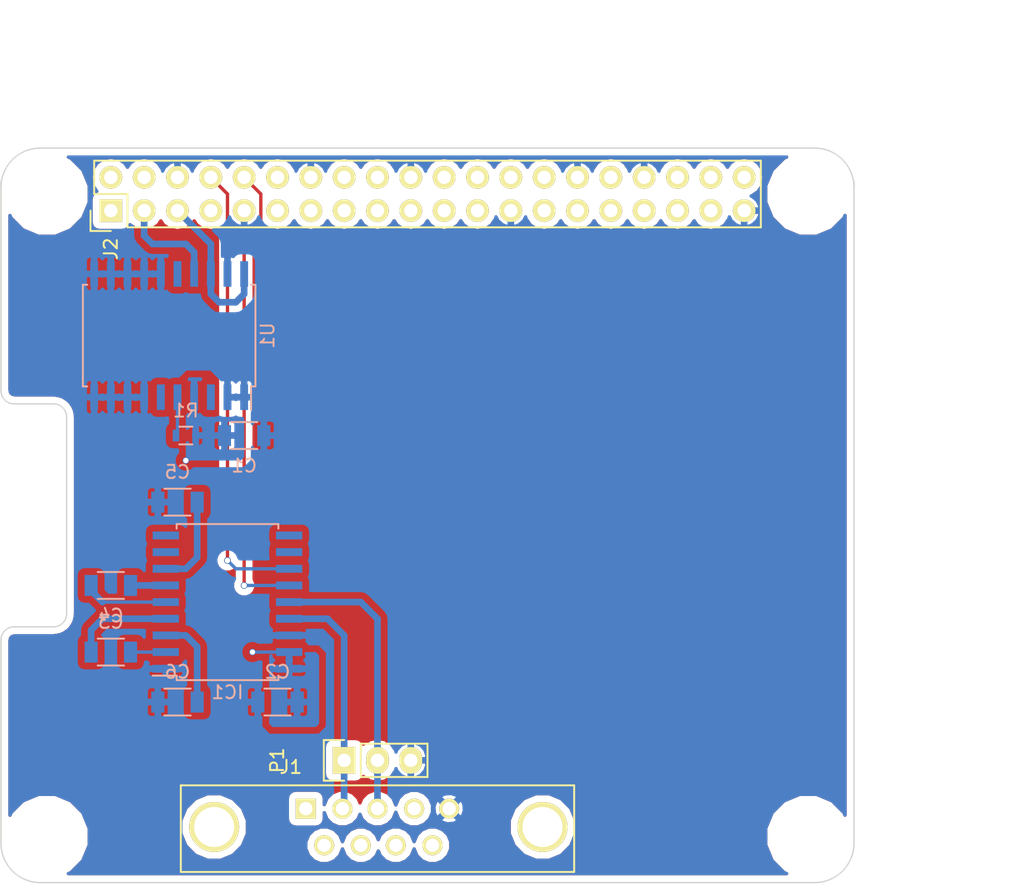
<source format=kicad_pcb>
(kicad_pcb (version 4) (host pcbnew "(after 2015-mar-04 BZR unknown)-product")

  (general
    (links 50)
    (no_connects 3)
    (area 103.340539 75.824499 168.440541 131.924501)
    (thickness 1.6)
    (drawings 22)
    (tracks 55)
    (zones 0)
    (modules 16)
    (nets 55)
  )

  (page A4)
  (layers
    (0 F.Cu signal)
    (31 B.Cu signal)
    (32 B.Adhes user)
    (33 F.Adhes user)
    (34 B.Paste user)
    (35 F.Paste user)
    (36 B.SilkS user)
    (37 F.SilkS user)
    (38 B.Mask user)
    (39 F.Mask user)
    (40 Dwgs.User user)
    (41 Cmts.User user)
    (42 Eco1.User user hide)
    (43 Eco2.User user)
    (44 Edge.Cuts user)
    (45 Margin user)
    (46 B.CrtYd user)
    (47 F.CrtYd user)
    (48 B.Fab user)
    (49 F.Fab user)
  )

  (setup
    (last_trace_width 0.254)
    (user_trace_width 0.254)
    (trace_clearance 0.254)
    (zone_clearance 0.508)
    (zone_45_only no)
    (trace_min 0.0254)
    (segment_width 0.254)
    (edge_width 0.1)
    (via_size 0.508)
    (via_drill 0.4)
    (via_min_size 0.254)
    (via_min_drill 0.254)
    (uvia_size 0.3)
    (uvia_drill 0.1)
    (uvias_allowed no)
    (uvia_min_size 0.2)
    (uvia_min_drill 0.1)
    (pcb_text_width 0.3)
    (pcb_text_size 1.5 1.5)
    (mod_edge_width 0.15)
    (mod_text_size 1 1)
    (mod_text_width 0.15)
    (pad_size 1 1.6)
    (pad_drill 0)
    (pad_to_mask_clearance 0)
    (aux_axis_origin 0 0)
    (visible_elements 7FFEFFFF)
    (pcbplotparams
      (layerselection 0x00030_80000001)
      (usegerberextensions false)
      (excludeedgelayer true)
      (linewidth 0.100000)
      (plotframeref false)
      (viasonmask false)
      (mode 1)
      (useauxorigin false)
      (hpglpennumber 1)
      (hpglpenspeed 20)
      (hpglpendiameter 15)
      (hpglpenoverlay 2)
      (psnegative false)
      (psa4output false)
      (plotreference true)
      (plotvalue true)
      (plotinvisibletext false)
      (padsonsilk false)
      (subtractmaskfromsilk false)
      (outputformat 1)
      (mirror false)
      (drillshape 0)
      (scaleselection 1)
      (outputdirectory meta/))
  )

  (net 0 "")
  (net 1 "Net-(J2-Pad7)")
  (net 2 "Net-(J2-Pad11)")
  (net 3 "Net-(J2-Pad12)")
  (net 4 "Net-(J2-Pad13)")
  (net 5 "Net-(J2-Pad15)")
  (net 6 "Net-(J2-Pad16)")
  (net 7 "Net-(J2-Pad18)")
  (net 8 "Net-(J2-Pad19)")
  (net 9 "Net-(J2-Pad21)")
  (net 10 "Net-(J2-Pad22)")
  (net 11 "Net-(J2-Pad23)")
  (net 12 "Net-(J2-Pad24)")
  (net 13 "Net-(J2-Pad26)")
  (net 14 "Net-(J2-Pad27)")
  (net 15 "Net-(J2-Pad28)")
  (net 16 "Net-(J2-Pad29)")
  (net 17 "Net-(J2-Pad31)")
  (net 18 "Net-(J2-Pad32)")
  (net 19 "Net-(J2-Pad33)")
  (net 20 "Net-(J2-Pad35)")
  (net 21 "Net-(J2-Pad36)")
  (net 22 "Net-(J2-Pad37)")
  (net 23 "Net-(J2-Pad38)")
  (net 24 "Net-(J2-Pad40)")
  (net 25 GND)
  (net 26 /RTC/32kHz)
  (net 27 VCC)
  (net 28 /RTC/SQW)
  (net 29 /RTC/Reset)
  (net 30 "Net-(BT1-Pad1)")
  (net 31 "Net-(C3-Pad1)")
  (net 32 "Net-(C3-Pad2)")
  (net 33 "Net-(C4-Pad1)")
  (net 34 "Net-(C4-Pad2)")
  (net 35 "Net-(C5-Pad1)")
  (net 36 "Net-(C6-Pad1)")
  (net 37 "Net-(IC1-Pad8)")
  (net 38 "Net-(IC1-Pad9)")
  (net 39 "Net-(IC1-Pad10)")
  (net 40 "Net-(IC1-Pad11)")
  (net 41 /RS232/RPi_T1)
  (net 42 /RS232/RPi_R1)
  (net 43 /RS232/RS232_R1)
  (net 44 /RS232/RS232_T1)
  (net 45 "Net-(J1-Pad1)")
  (net 46 "Net-(J1-Pad4)")
  (net 47 "Net-(J1-Pad6)")
  (net 48 "Net-(J1-Pad7)")
  (net 49 "Net-(J1-Pad8)")
  (net 50 "Net-(J1-Pad9)")
  (net 51 +3.3VP)
  (net 52 +5VP)
  (net 53 /RPi_GPIO/SDA)
  (net 54 /RPi_GPIO/SCL)

  (net_class Default "This is the default net class."
    (clearance 0.254)
    (trace_width 0.508)
    (via_dia 0.508)
    (via_drill 0.4)
    (uvia_dia 0.3)
    (uvia_drill 0.1)
    (add_net /RPi_GPIO/SCL)
    (add_net /RPi_GPIO/SDA)
    (add_net /RS232/RPi_R1)
    (add_net /RS232/RPi_T1)
    (add_net /RS232/RS232_R1)
    (add_net /RS232/RS232_T1)
    (add_net /RTC/32kHz)
    (add_net /RTC/Reset)
    (add_net /RTC/SQW)
    (add_net GND)
    (add_net "Net-(BT1-Pad1)")
    (add_net "Net-(C3-Pad1)")
    (add_net "Net-(C3-Pad2)")
    (add_net "Net-(C4-Pad1)")
    (add_net "Net-(C4-Pad2)")
    (add_net "Net-(C5-Pad1)")
    (add_net "Net-(C6-Pad1)")
    (add_net "Net-(IC1-Pad10)")
    (add_net "Net-(IC1-Pad11)")
    (add_net "Net-(IC1-Pad8)")
    (add_net "Net-(IC1-Pad9)")
    (add_net "Net-(J1-Pad1)")
    (add_net "Net-(J1-Pad4)")
    (add_net "Net-(J1-Pad6)")
    (add_net "Net-(J1-Pad7)")
    (add_net "Net-(J1-Pad8)")
    (add_net "Net-(J1-Pad9)")
    (add_net "Net-(J2-Pad11)")
    (add_net "Net-(J2-Pad12)")
    (add_net "Net-(J2-Pad13)")
    (add_net "Net-(J2-Pad15)")
    (add_net "Net-(J2-Pad16)")
    (add_net "Net-(J2-Pad18)")
    (add_net "Net-(J2-Pad19)")
    (add_net "Net-(J2-Pad21)")
    (add_net "Net-(J2-Pad22)")
    (add_net "Net-(J2-Pad23)")
    (add_net "Net-(J2-Pad24)")
    (add_net "Net-(J2-Pad26)")
    (add_net "Net-(J2-Pad27)")
    (add_net "Net-(J2-Pad28)")
    (add_net "Net-(J2-Pad29)")
    (add_net "Net-(J2-Pad31)")
    (add_net "Net-(J2-Pad32)")
    (add_net "Net-(J2-Pad33)")
    (add_net "Net-(J2-Pad35)")
    (add_net "Net-(J2-Pad36)")
    (add_net "Net-(J2-Pad37)")
    (add_net "Net-(J2-Pad38)")
    (add_net "Net-(J2-Pad40)")
    (add_net "Net-(J2-Pad7)")
  )

  (net_class Power ""
    (clearance 0.508)
    (trace_width 0.508)
    (via_dia 0.508)
    (via_drill 0.4)
    (uvia_dia 0.3)
    (uvia_drill 0.1)
    (add_net +3.3VP)
    (add_net +5VP)
    (add_net VCC)
  )

  (net_class Small ""
    (clearance 0.254)
    (trace_width 0.254)
    (via_dia 0.508)
    (via_drill 0.4)
    (uvia_dia 0.3)
    (uvia_drill 0.1)
  )

  (module RPi_Hat:Pin_Header_Straight_2x20 locked (layer F.Cu) (tedit 551989BF) (tstamp 5516AEA0)
    (at 135.89054 79.3745 90)
    (descr "Through hole pin header")
    (tags "pin header")
    (path /5515D395/5516AE26)
    (fp_text reference J2 (at -4.191 -24.13 270) (layer F.SilkS)
      (effects (font (size 1 1) (thickness 0.15)))
    )
    (fp_text value RPi_GPIO (at -1.27 -27.23 90) (layer F.Fab)
      (effects (font (size 1 1) (thickness 0.15)))
    )
    (fp_line (start -3.02 -25.88) (end -3.02 25.92) (layer F.CrtYd) (width 0.05))
    (fp_line (start 3.03 -25.88) (end 3.03 25.92) (layer F.CrtYd) (width 0.05))
    (fp_line (start -3.02 -25.88) (end 3.03 -25.88) (layer F.CrtYd) (width 0.05))
    (fp_line (start -3.02 25.92) (end 3.03 25.92) (layer F.CrtYd) (width 0.05))
    (fp_line (start 2.54 25.4) (end 2.54 -25.4) (layer F.SilkS) (width 0.15))
    (fp_line (start -2.54 -22.86) (end -2.54 25.4) (layer F.SilkS) (width 0.15))
    (fp_line (start 2.54 25.4) (end -2.54 25.4) (layer F.SilkS) (width 0.15))
    (fp_line (start 2.54 -25.4) (end 0 -25.4) (layer F.SilkS) (width 0.15))
    (fp_line (start -1.27 -25.68) (end -2.82 -25.68) (layer F.SilkS) (width 0.15))
    (fp_line (start 0 -25.4) (end 0 -22.86) (layer F.SilkS) (width 0.15))
    (fp_line (start 0 -22.86) (end -2.54 -22.86) (layer F.SilkS) (width 0.15))
    (fp_line (start -2.82 -25.68) (end -2.82 -24.13) (layer F.SilkS) (width 0.15))
    (pad 1 thru_hole rect (at -1.27 -24.13 90) (size 1.7272 1.7272) (drill 1.016) (layers *.Cu *.Mask F.SilkS)
      (net 51 +3.3VP))
    (pad 2 thru_hole oval (at 1.27 -24.13 90) (size 1.7272 1.7272) (drill 1.016) (layers *.Cu *.Mask F.SilkS)
      (net 52 +5VP))
    (pad 3 thru_hole oval (at -1.27 -21.59 90) (size 1.7272 1.7272) (drill 1.016) (layers *.Cu *.Mask F.SilkS)
      (net 53 /RPi_GPIO/SDA))
    (pad 4 thru_hole oval (at 1.27 -21.59 90) (size 1.7272 1.7272) (drill 1.016) (layers *.Cu *.Mask F.SilkS)
      (net 52 +5VP))
    (pad 5 thru_hole oval (at -1.27 -19.05 90) (size 1.7272 1.7272) (drill 1.016) (layers *.Cu *.Mask F.SilkS)
      (net 54 /RPi_GPIO/SCL))
    (pad 6 thru_hole oval (at 1.27 -19.05 90) (size 1.7272 1.7272) (drill 1.016) (layers *.Cu *.Mask F.SilkS)
      (net 25 GND))
    (pad 7 thru_hole oval (at -1.27 -16.51 90) (size 1.7272 1.7272) (drill 1.016) (layers *.Cu *.Mask F.SilkS)
      (net 1 "Net-(J2-Pad7)"))
    (pad 8 thru_hole oval (at 1.27 -16.51 90) (size 1.7272 1.7272) (drill 1.016) (layers *.Cu *.Mask F.SilkS)
      (net 41 /RS232/RPi_T1))
    (pad 9 thru_hole oval (at -1.27 -13.97 90) (size 1.7272 1.7272) (drill 1.016) (layers *.Cu *.Mask F.SilkS)
      (net 25 GND))
    (pad 10 thru_hole oval (at 1.27 -13.97 90) (size 1.7272 1.7272) (drill 1.016) (layers *.Cu *.Mask F.SilkS)
      (net 42 /RS232/RPi_R1))
    (pad 11 thru_hole oval (at -1.27 -11.43 90) (size 1.7272 1.7272) (drill 1.016) (layers *.Cu *.Mask F.SilkS)
      (net 2 "Net-(J2-Pad11)"))
    (pad 12 thru_hole oval (at 1.27 -11.43 90) (size 1.7272 1.7272) (drill 1.016) (layers *.Cu *.Mask F.SilkS)
      (net 3 "Net-(J2-Pad12)"))
    (pad 13 thru_hole oval (at -1.27 -8.89 90) (size 1.7272 1.7272) (drill 1.016) (layers *.Cu *.Mask F.SilkS)
      (net 4 "Net-(J2-Pad13)"))
    (pad 14 thru_hole oval (at 1.27 -8.89 90) (size 1.7272 1.7272) (drill 1.016) (layers *.Cu *.Mask F.SilkS)
      (net 25 GND))
    (pad 15 thru_hole oval (at -1.27 -6.35 90) (size 1.7272 1.7272) (drill 1.016) (layers *.Cu *.Mask F.SilkS)
      (net 5 "Net-(J2-Pad15)"))
    (pad 16 thru_hole oval (at 1.27 -6.35 90) (size 1.7272 1.7272) (drill 1.016) (layers *.Cu *.Mask F.SilkS)
      (net 6 "Net-(J2-Pad16)"))
    (pad 17 thru_hole oval (at -1.27 -3.81 90) (size 1.7272 1.7272) (drill 1.016) (layers *.Cu *.Mask F.SilkS)
      (net 51 +3.3VP))
    (pad 18 thru_hole oval (at 1.27 -3.81 90) (size 1.7272 1.7272) (drill 1.016) (layers *.Cu *.Mask F.SilkS)
      (net 7 "Net-(J2-Pad18)"))
    (pad 19 thru_hole oval (at -1.27 -1.27 90) (size 1.7272 1.7272) (drill 1.016) (layers *.Cu *.Mask F.SilkS)
      (net 8 "Net-(J2-Pad19)"))
    (pad 20 thru_hole oval (at 1.27 -1.27 90) (size 1.7272 1.7272) (drill 1.016) (layers *.Cu *.Mask F.SilkS)
      (net 25 GND))
    (pad 21 thru_hole oval (at -1.27 1.27 90) (size 1.7272 1.7272) (drill 1.016) (layers *.Cu *.Mask F.SilkS)
      (net 9 "Net-(J2-Pad21)"))
    (pad 22 thru_hole oval (at 1.27 1.27 90) (size 1.7272 1.7272) (drill 1.016) (layers *.Cu *.Mask F.SilkS)
      (net 10 "Net-(J2-Pad22)"))
    (pad 23 thru_hole oval (at -1.27 3.81 90) (size 1.7272 1.7272) (drill 1.016) (layers *.Cu *.Mask F.SilkS)
      (net 11 "Net-(J2-Pad23)"))
    (pad 24 thru_hole oval (at 1.27 3.81 90) (size 1.7272 1.7272) (drill 1.016) (layers *.Cu *.Mask F.SilkS)
      (net 12 "Net-(J2-Pad24)"))
    (pad 25 thru_hole oval (at -1.27 6.35 90) (size 1.7272 1.7272) (drill 1.016) (layers *.Cu *.Mask F.SilkS)
      (net 25 GND))
    (pad 26 thru_hole oval (at 1.27 6.35 90) (size 1.7272 1.7272) (drill 1.016) (layers *.Cu *.Mask F.SilkS)
      (net 13 "Net-(J2-Pad26)"))
    (pad 27 thru_hole oval (at -1.27 8.89 90) (size 1.7272 1.7272) (drill 1.016) (layers *.Cu *.Mask F.SilkS)
      (net 14 "Net-(J2-Pad27)"))
    (pad 28 thru_hole oval (at 1.27 8.89 90) (size 1.7272 1.7272) (drill 1.016) (layers *.Cu *.Mask F.SilkS)
      (net 15 "Net-(J2-Pad28)"))
    (pad 29 thru_hole oval (at -1.27 11.43 90) (size 1.7272 1.7272) (drill 1.016) (layers *.Cu *.Mask F.SilkS)
      (net 16 "Net-(J2-Pad29)"))
    (pad 30 thru_hole oval (at 1.27 11.43 90) (size 1.7272 1.7272) (drill 1.016) (layers *.Cu *.Mask F.SilkS)
      (net 25 GND))
    (pad 31 thru_hole oval (at -1.27 13.97 90) (size 1.7272 1.7272) (drill 1.016) (layers *.Cu *.Mask F.SilkS)
      (net 17 "Net-(J2-Pad31)"))
    (pad 32 thru_hole oval (at 1.27 13.97 90) (size 1.7272 1.7272) (drill 1.016) (layers *.Cu *.Mask F.SilkS)
      (net 18 "Net-(J2-Pad32)"))
    (pad 33 thru_hole oval (at -1.27 16.51 90) (size 1.7272 1.7272) (drill 1.016) (layers *.Cu *.Mask F.SilkS)
      (net 19 "Net-(J2-Pad33)"))
    (pad 34 thru_hole oval (at 1.27 16.51 90) (size 1.7272 1.7272) (drill 1.016) (layers *.Cu *.Mask F.SilkS)
      (net 25 GND))
    (pad 35 thru_hole oval (at -1.27 19.05 90) (size 1.7272 1.7272) (drill 1.016) (layers *.Cu *.Mask F.SilkS)
      (net 20 "Net-(J2-Pad35)"))
    (pad 36 thru_hole oval (at 1.27 19.05 90) (size 1.7272 1.7272) (drill 1.016) (layers *.Cu *.Mask F.SilkS)
      (net 21 "Net-(J2-Pad36)"))
    (pad 37 thru_hole oval (at -1.27 21.59 90) (size 1.7272 1.7272) (drill 1.016) (layers *.Cu *.Mask F.SilkS)
      (net 22 "Net-(J2-Pad37)"))
    (pad 38 thru_hole oval (at 1.27 21.59 90) (size 1.7272 1.7272) (drill 1.016) (layers *.Cu *.Mask F.SilkS)
      (net 23 "Net-(J2-Pad38)"))
    (pad 39 thru_hole oval (at -1.27 24.13 90) (size 1.7272 1.7272) (drill 1.016) (layers *.Cu *.Mask F.SilkS)
      (net 25 GND))
    (pad 40 thru_hole oval (at 1.27 24.13 90) (size 1.7272 1.7272) (drill 1.016) (layers *.Cu *.Mask F.SilkS)
      (net 24 "Net-(J2-Pad40)"))
    (model Pin_Headers.3dshapes/Pin_Header_Straight_2x20.wrl
      (at (xyz 0 0 0))
      (scale (xyz 1 1 1))
      (rotate (xyz 0 0 90))
    )
  )

  (module RPi_Hat:RPi_Hat_Mounting_Hole locked (layer F.Cu) (tedit 55217C7B) (tstamp 5515DEA9)
    (at 164.89054 79.3745)
    (descr "Mounting hole, Befestigungsbohrung, 2,7mm, No Annular, Kein Restring,")
    (tags "Mounting hole, Befestigungsbohrung, 2,7mm, No Annular, Kein Restring,")
    (fp_text reference "" (at 0 -4.0005) (layer F.SilkS) hide
      (effects (font (size 1 1) (thickness 0.15)))
    )
    (fp_text value "" (at 0.09906 3.59918) (layer F.Fab) hide
      (effects (font (size 1 1) (thickness 0.15)))
    )
    (fp_circle (center 0 0) (end 1.375 0) (layer F.Fab) (width 0.15))
    (fp_circle (center 0 0) (end 3.1 0) (layer F.Fab) (width 0.15))
    (fp_circle (center 0 0) (end 3.1 0) (layer B.Fab) (width 0.15))
    (fp_circle (center 0 0) (end 1.375 0) (layer B.Fab) (width 0.15))
    (fp_circle (center 0 0) (end 3.1 0) (layer F.CrtYd) (width 0.15))
    (fp_circle (center 0 0) (end 3.1 0) (layer B.CrtYd) (width 0.15))
    (pad "" np_thru_hole circle (at 0 0) (size 2.75 2.75) (drill 2.75) (layers *.Cu *.Mask)
      (solder_mask_margin 1.725) (clearance 1.725))
  )

  (module RPi_Hat:RPi_Hat_Mounting_Hole locked (layer F.Cu) (tedit 55217CCB) (tstamp 55169DC9)
    (at 164.89054 128.3745)
    (descr "Mounting hole, Befestigungsbohrung, 2,7mm, No Annular, Kein Restring,")
    (tags "Mounting hole, Befestigungsbohrung, 2,7mm, No Annular, Kein Restring,")
    (fp_text reference "" (at 0 -4.0005) (layer F.SilkS) hide
      (effects (font (size 1 1) (thickness 0.15)))
    )
    (fp_text value "" (at 0.09906 3.59918) (layer F.Fab) hide
      (effects (font (size 1 1) (thickness 0.15)))
    )
    (fp_circle (center 0 0) (end 1.375 0) (layer F.Fab) (width 0.15))
    (fp_circle (center 0 0) (end 3.1 0) (layer F.Fab) (width 0.15))
    (fp_circle (center 0 0) (end 3.1 0) (layer B.Fab) (width 0.15))
    (fp_circle (center 0 0) (end 1.375 0) (layer B.Fab) (width 0.15))
    (fp_circle (center 0 0) (end 3.1 0) (layer F.CrtYd) (width 0.15))
    (fp_circle (center 0 0) (end 3.1 0) (layer B.CrtYd) (width 0.15))
    (pad "" np_thru_hole circle (at 0 0) (size 2.75 2.75) (drill 2.75) (layers *.Cu *.Mask)
      (solder_mask_margin 1.725) (clearance 1.725))
  )

  (module RPi_Hat:RPi_Hat_Mounting_Hole locked (layer F.Cu) (tedit 55217CB9) (tstamp 5515DECC)
    (at 106.89054 128.3745)
    (descr "Mounting hole, Befestigungsbohrung, 2,7mm, No Annular, Kein Restring,")
    (tags "Mounting hole, Befestigungsbohrung, 2,7mm, No Annular, Kein Restring,")
    (fp_text reference "" (at 0 -4.0005) (layer F.SilkS) hide
      (effects (font (size 1 1) (thickness 0.15)))
    )
    (fp_text value "" (at 0.09906 3.59918) (layer F.Fab) hide
      (effects (font (size 1 1) (thickness 0.15)))
    )
    (fp_circle (center 0 0) (end 1.375 0) (layer F.Fab) (width 0.15))
    (fp_circle (center 0 0) (end 3.1 0) (layer F.Fab) (width 0.15))
    (fp_circle (center 0 0) (end 3.1 0) (layer B.Fab) (width 0.15))
    (fp_circle (center 0 0) (end 1.375 0) (layer B.Fab) (width 0.15))
    (fp_circle (center 0 0) (end 3.1 0) (layer F.CrtYd) (width 0.15))
    (fp_circle (center 0 0) (end 3.1 0) (layer B.CrtYd) (width 0.15))
    (pad "" np_thru_hole circle (at 0 0) (size 2.75 2.75) (drill 2.75) (layers *.Cu *.Mask)
      (solder_mask_margin 1.725) (clearance 1.725))
  )

  (module RPi_Hat:RPi_Hat_Mounting_Hole locked (layer F.Cu) (tedit 55217CA2) (tstamp 5515DEBF)
    (at 106.89054 79.3745)
    (descr "Mounting hole, Befestigungsbohrung, 2,7mm, No Annular, Kein Restring,")
    (tags "Mounting hole, Befestigungsbohrung, 2,7mm, No Annular, Kein Restring,")
    (fp_text reference "" (at 0 -4.0005) (layer F.SilkS) hide
      (effects (font (size 1 1) (thickness 0.15)))
    )
    (fp_text value "" (at 0.09906 3.59918) (layer F.Fab) hide
      (effects (font (size 1 1) (thickness 0.15)))
    )
    (fp_circle (center 0 0) (end 1.375 0) (layer F.Fab) (width 0.15))
    (fp_circle (center 0 0) (end 3.1 0) (layer F.Fab) (width 0.15))
    (fp_circle (center 0 0) (end 3.1 0) (layer B.Fab) (width 0.15))
    (fp_circle (center 0 0) (end 1.375 0) (layer B.Fab) (width 0.15))
    (fp_circle (center 0 0) (end 3.1 0) (layer F.CrtYd) (width 0.15))
    (fp_circle (center 0 0) (end 3.1 0) (layer B.CrtYd) (width 0.15))
    (pad "" np_thru_hole circle (at 0 0) (size 2.75 2.75) (drill 2.75) (layers *.Cu *.Mask)
      (solder_mask_margin 1.725) (clearance 1.725))
  )

  (module Housings_SOIC:SOIC-20_7.5x12.8mm_Pitch1.27mm (layer B.Cu) (tedit 54130A77) (tstamp 555B2911)
    (at 116.205 90.17 90)
    (descr "20-Lead Plastic Small Outline (SO) - Wide, 7.50 mm Body [SOIC] (see Microchip Packaging Specification 00000049BS.pdf)")
    (tags "SOIC 1.27")
    (path /5559D4CA/5559EE2D)
    (attr smd)
    (fp_text reference U1 (at 0 7.5 90) (layer B.SilkS)
      (effects (font (size 1 1) (thickness 0.15)) (justify mirror))
    )
    (fp_text value DS3232 (at 0 -7.5 90) (layer B.Fab)
      (effects (font (size 1 1) (thickness 0.15)) (justify mirror))
    )
    (fp_line (start -5.95 6.75) (end -5.95 -6.75) (layer B.CrtYd) (width 0.05))
    (fp_line (start 5.95 6.75) (end 5.95 -6.75) (layer B.CrtYd) (width 0.05))
    (fp_line (start -5.95 6.75) (end 5.95 6.75) (layer B.CrtYd) (width 0.05))
    (fp_line (start -5.95 -6.75) (end 5.95 -6.75) (layer B.CrtYd) (width 0.05))
    (fp_line (start -3.875 6.575) (end -3.875 6.24) (layer B.SilkS) (width 0.15))
    (fp_line (start 3.875 6.575) (end 3.875 6.24) (layer B.SilkS) (width 0.15))
    (fp_line (start 3.875 -6.575) (end 3.875 -6.24) (layer B.SilkS) (width 0.15))
    (fp_line (start -3.875 -6.575) (end -3.875 -6.24) (layer B.SilkS) (width 0.15))
    (fp_line (start -3.875 6.575) (end 3.875 6.575) (layer B.SilkS) (width 0.15))
    (fp_line (start -3.875 -6.575) (end 3.875 -6.575) (layer B.SilkS) (width 0.15))
    (fp_line (start -3.875 6.24) (end -5.675 6.24) (layer B.SilkS) (width 0.15))
    (pad 1 smd rect (at -4.7 5.715 90) (size 1.95 0.6) (layers B.Cu B.Paste B.Mask)
      (net 25 GND))
    (pad 2 smd rect (at -4.7 4.445 90) (size 1.95 0.6) (layers B.Cu B.Paste B.Mask)
      (net 25 GND))
    (pad 3 smd rect (at -4.7 3.175 90) (size 1.95 0.6) (layers B.Cu B.Paste B.Mask)
      (net 26 /RTC/32kHz))
    (pad 4 smd rect (at -4.7 1.905 90) (size 1.95 0.6) (layers B.Cu B.Paste B.Mask)
      (net 27 VCC))
    (pad 5 smd rect (at -4.7 0.635 90) (size 1.95 0.6) (layers B.Cu B.Paste B.Mask)
      (net 28 /RTC/SQW))
    (pad 6 smd rect (at -4.7 -0.635 90) (size 1.95 0.6) (layers B.Cu B.Paste B.Mask)
      (net 29 /RTC/Reset))
    (pad 7 smd rect (at -4.7 -1.905 90) (size 1.95 0.6) (layers B.Cu B.Paste B.Mask)
      (net 25 GND))
    (pad 8 smd rect (at -4.7 -3.175 90) (size 1.95 0.6) (layers B.Cu B.Paste B.Mask)
      (net 25 GND))
    (pad 9 smd rect (at -4.7 -4.445 90) (size 1.95 0.6) (layers B.Cu B.Paste B.Mask)
      (net 25 GND))
    (pad 10 smd rect (at -4.7 -5.715 90) (size 1.95 0.6) (layers B.Cu B.Paste B.Mask)
      (net 25 GND))
    (pad 11 smd rect (at 4.7 -5.715 90) (size 1.95 0.6) (layers B.Cu B.Paste B.Mask)
      (net 25 GND))
    (pad 12 smd rect (at 4.7 -4.445 90) (size 1.95 0.6) (layers B.Cu B.Paste B.Mask)
      (net 25 GND))
    (pad 13 smd rect (at 4.7 -3.175 90) (size 1.95 0.6) (layers B.Cu B.Paste B.Mask)
      (net 25 GND))
    (pad 14 smd rect (at 4.7 -1.905 90) (size 1.95 0.6) (layers B.Cu B.Paste B.Mask)
      (net 25 GND))
    (pad 15 smd rect (at 4.7 -0.635 90) (size 1.95 0.6) (layers B.Cu B.Paste B.Mask)
      (net 25 GND))
    (pad 16 smd rect (at 4.7 0.635 90) (size 1.95 0.6) (layers B.Cu B.Paste B.Mask)
      (net 30 "Net-(BT1-Pad1)"))
    (pad 17 smd rect (at 4.7 1.905 90) (size 1.95 0.6) (layers B.Cu B.Paste B.Mask)
      (net 53 /RPi_GPIO/SDA))
    (pad 18 smd rect (at 4.7 3.175 90) (size 1.95 0.6) (layers B.Cu B.Paste B.Mask)
      (net 54 /RPi_GPIO/SCL))
    (pad 19 smd rect (at 4.7 4.445 90) (size 1.95 0.6) (layers B.Cu B.Paste B.Mask)
      (net 25 GND))
    (pad 20 smd rect (at 4.7 5.715 90) (size 1.95 0.6) (layers B.Cu B.Paste B.Mask)
      (net 54 /RPi_GPIO/SCL))
    (model Housings_SOIC.3dshapes/SOIC-20_7.5x12.8mm_Pitch1.27mm.wrl
      (at (xyz 0 0 0))
      (scale (xyz 1 1 1))
      (rotate (xyz 0 0 0))
    )
  )

  (module Capacitors_SMD:C_1206 (layer B.Cu) (tedit 555B2FF0) (tstamp 555B2B55)
    (at 121.92 97.79)
    (descr "Capacitor SMD 1206, reflow soldering, AVX (see smccp.pdf)")
    (tags "capacitor 1206")
    (path /5559D4CA/5559F187)
    (attr smd)
    (fp_text reference C1 (at 0 2.3) (layer B.SilkS)
      (effects (font (size 1 1) (thickness 0.15)) (justify mirror))
    )
    (fp_text value 1uF (at 0 -2.3) (layer B.Fab)
      (effects (font (size 1 1) (thickness 0.15)) (justify mirror))
    )
    (fp_line (start -2.3 1.15) (end 2.3 1.15) (layer B.CrtYd) (width 0.05))
    (fp_line (start -2.3 -1.15) (end 2.3 -1.15) (layer B.CrtYd) (width 0.05))
    (fp_line (start -2.3 1.15) (end -2.3 -1.15) (layer B.CrtYd) (width 0.05))
    (fp_line (start 2.3 1.15) (end 2.3 -1.15) (layer B.CrtYd) (width 0.05))
    (fp_line (start 1 1.025) (end -1 1.025) (layer B.SilkS) (width 0.15))
    (fp_line (start -1 -1.025) (end 1 -1.025) (layer B.SilkS) (width 0.15))
    (pad 1 smd rect (at -1.5 0) (size 1 1.6) (layers B.Cu B.Paste B.Mask)
      (net 27 VCC))
    (pad 2 smd rect (at 1.5 0) (size 1 1.6) (layers B.Cu B.Paste B.Mask)
      (net 25 GND))
    (model Capacitors_SMD.3dshapes/C_1206.wrl
      (at (xyz 0 0 0))
      (scale (xyz 1 1 1))
      (rotate (xyz 0 0 0))
    )
  )

  (module Capacitors_SMD:C_1206 (layer B.Cu) (tedit 5415D7BD) (tstamp 555B2B5B)
    (at 124.46 118.11 180)
    (descr "Capacitor SMD 1206, reflow soldering, AVX (see smccp.pdf)")
    (tags "capacitor 1206")
    (path /555B01F7/555B0481)
    (attr smd)
    (fp_text reference C2 (at 0 2.3 180) (layer B.SilkS)
      (effects (font (size 1 1) (thickness 0.15)) (justify mirror))
    )
    (fp_text value 0.1uF (at 0 -2.3 180) (layer B.Fab)
      (effects (font (size 1 1) (thickness 0.15)) (justify mirror))
    )
    (fp_line (start -2.3 1.15) (end 2.3 1.15) (layer B.CrtYd) (width 0.05))
    (fp_line (start -2.3 -1.15) (end 2.3 -1.15) (layer B.CrtYd) (width 0.05))
    (fp_line (start -2.3 1.15) (end -2.3 -1.15) (layer B.CrtYd) (width 0.05))
    (fp_line (start 2.3 1.15) (end 2.3 -1.15) (layer B.CrtYd) (width 0.05))
    (fp_line (start 1 1.025) (end -1 1.025) (layer B.SilkS) (width 0.15))
    (fp_line (start -1 -1.025) (end 1 -1.025) (layer B.SilkS) (width 0.15))
    (pad 1 smd rect (at -1.5 0 180) (size 1 1.6) (layers B.Cu B.Paste B.Mask)
      (net 27 VCC))
    (pad 2 smd rect (at 1.5 0 180) (size 1 1.6) (layers B.Cu B.Paste B.Mask)
      (net 25 GND))
    (model Capacitors_SMD.3dshapes/C_1206.wrl
      (at (xyz 0 0 0))
      (scale (xyz 1 1 1))
      (rotate (xyz 0 0 0))
    )
  )

  (module Capacitors_SMD:C_1206 (layer B.Cu) (tedit 5415D7BD) (tstamp 555B2B61)
    (at 111.76 114.3 180)
    (descr "Capacitor SMD 1206, reflow soldering, AVX (see smccp.pdf)")
    (tags "capacitor 1206")
    (path /555B01F7/555B0AA3)
    (attr smd)
    (fp_text reference C3 (at 0 2.3 180) (layer B.SilkS)
      (effects (font (size 1 1) (thickness 0.15)) (justify mirror))
    )
    (fp_text value 0.1uF (at 0 -2.3 180) (layer B.Fab)
      (effects (font (size 1 1) (thickness 0.15)) (justify mirror))
    )
    (fp_line (start -2.3 1.15) (end 2.3 1.15) (layer B.CrtYd) (width 0.05))
    (fp_line (start -2.3 -1.15) (end 2.3 -1.15) (layer B.CrtYd) (width 0.05))
    (fp_line (start -2.3 1.15) (end -2.3 -1.15) (layer B.CrtYd) (width 0.05))
    (fp_line (start 2.3 1.15) (end 2.3 -1.15) (layer B.CrtYd) (width 0.05))
    (fp_line (start 1 1.025) (end -1 1.025) (layer B.SilkS) (width 0.15))
    (fp_line (start -1 -1.025) (end 1 -1.025) (layer B.SilkS) (width 0.15))
    (pad 1 smd rect (at -1.5 0 180) (size 1 1.6) (layers B.Cu B.Paste B.Mask)
      (net 31 "Net-(C3-Pad1)"))
    (pad 2 smd rect (at 1.5 0 180) (size 1 1.6) (layers B.Cu B.Paste B.Mask)
      (net 32 "Net-(C3-Pad2)"))
    (model Capacitors_SMD.3dshapes/C_1206.wrl
      (at (xyz 0 0 0))
      (scale (xyz 1 1 1))
      (rotate (xyz 0 0 0))
    )
  )

  (module Capacitors_SMD:C_1206 (layer B.Cu) (tedit 5415D7BD) (tstamp 555B2B67)
    (at 111.76 109.22)
    (descr "Capacitor SMD 1206, reflow soldering, AVX (see smccp.pdf)")
    (tags "capacitor 1206")
    (path /555B01F7/555B0B0B)
    (attr smd)
    (fp_text reference C4 (at 0 2.3) (layer B.SilkS)
      (effects (font (size 1 1) (thickness 0.15)) (justify mirror))
    )
    (fp_text value 0.1uF (at 0 -2.3) (layer B.Fab)
      (effects (font (size 1 1) (thickness 0.15)) (justify mirror))
    )
    (fp_line (start -2.3 1.15) (end 2.3 1.15) (layer B.CrtYd) (width 0.05))
    (fp_line (start -2.3 -1.15) (end 2.3 -1.15) (layer B.CrtYd) (width 0.05))
    (fp_line (start -2.3 1.15) (end -2.3 -1.15) (layer B.CrtYd) (width 0.05))
    (fp_line (start 2.3 1.15) (end 2.3 -1.15) (layer B.CrtYd) (width 0.05))
    (fp_line (start 1 1.025) (end -1 1.025) (layer B.SilkS) (width 0.15))
    (fp_line (start -1 -1.025) (end 1 -1.025) (layer B.SilkS) (width 0.15))
    (pad 1 smd rect (at -1.5 0) (size 1 1.6) (layers B.Cu B.Paste B.Mask)
      (net 33 "Net-(C4-Pad1)"))
    (pad 2 smd rect (at 1.5 0) (size 1 1.6) (layers B.Cu B.Paste B.Mask)
      (net 34 "Net-(C4-Pad2)"))
    (model Capacitors_SMD.3dshapes/C_1206.wrl
      (at (xyz 0 0 0))
      (scale (xyz 1 1 1))
      (rotate (xyz 0 0 0))
    )
  )

  (module Capacitors_SMD:C_1206 (layer B.Cu) (tedit 5415D7BD) (tstamp 555B2B6D)
    (at 116.84 102.87 180)
    (descr "Capacitor SMD 1206, reflow soldering, AVX (see smccp.pdf)")
    (tags "capacitor 1206")
    (path /555B01F7/555B0A1B)
    (attr smd)
    (fp_text reference C5 (at 0 2.3 180) (layer B.SilkS)
      (effects (font (size 1 1) (thickness 0.15)) (justify mirror))
    )
    (fp_text value 0.1uF (at 0 -2.3 180) (layer B.Fab)
      (effects (font (size 1 1) (thickness 0.15)) (justify mirror))
    )
    (fp_line (start -2.3 1.15) (end 2.3 1.15) (layer B.CrtYd) (width 0.05))
    (fp_line (start -2.3 -1.15) (end 2.3 -1.15) (layer B.CrtYd) (width 0.05))
    (fp_line (start -2.3 1.15) (end -2.3 -1.15) (layer B.CrtYd) (width 0.05))
    (fp_line (start 2.3 1.15) (end 2.3 -1.15) (layer B.CrtYd) (width 0.05))
    (fp_line (start 1 1.025) (end -1 1.025) (layer B.SilkS) (width 0.15))
    (fp_line (start -1 -1.025) (end 1 -1.025) (layer B.SilkS) (width 0.15))
    (pad 1 smd rect (at -1.5 0 180) (size 1 1.6) (layers B.Cu B.Paste B.Mask)
      (net 35 "Net-(C5-Pad1)"))
    (pad 2 smd rect (at 1.5 0 180) (size 1 1.6) (layers B.Cu B.Paste B.Mask)
      (net 25 GND))
    (model Capacitors_SMD.3dshapes/C_1206.wrl
      (at (xyz 0 0 0))
      (scale (xyz 1 1 1))
      (rotate (xyz 0 0 0))
    )
  )

  (module Capacitors_SMD:C_1206 (layer B.Cu) (tedit 5415D7BD) (tstamp 555B2B73)
    (at 116.84 118.11 180)
    (descr "Capacitor SMD 1206, reflow soldering, AVX (see smccp.pdf)")
    (tags "capacitor 1206")
    (path /555B01F7/555B0A79)
    (attr smd)
    (fp_text reference C6 (at 0 2.3 180) (layer B.SilkS)
      (effects (font (size 1 1) (thickness 0.15)) (justify mirror))
    )
    (fp_text value 0.1uF (at 0 -2.3 180) (layer B.Fab)
      (effects (font (size 1 1) (thickness 0.15)) (justify mirror))
    )
    (fp_line (start -2.3 1.15) (end 2.3 1.15) (layer B.CrtYd) (width 0.05))
    (fp_line (start -2.3 -1.15) (end 2.3 -1.15) (layer B.CrtYd) (width 0.05))
    (fp_line (start -2.3 1.15) (end -2.3 -1.15) (layer B.CrtYd) (width 0.05))
    (fp_line (start 2.3 1.15) (end 2.3 -1.15) (layer B.CrtYd) (width 0.05))
    (fp_line (start 1 1.025) (end -1 1.025) (layer B.SilkS) (width 0.15))
    (fp_line (start -1 -1.025) (end 1 -1.025) (layer B.SilkS) (width 0.15))
    (pad 1 smd rect (at -1.5 0 180) (size 1 1.6) (layers B.Cu B.Paste B.Mask)
      (net 36 "Net-(C6-Pad1)"))
    (pad 2 smd rect (at 1.5 0 180) (size 1 1.6) (layers B.Cu B.Paste B.Mask)
      (net 25 GND))
    (model Capacitors_SMD.3dshapes/C_1206.wrl
      (at (xyz 0 0 0))
      (scale (xyz 1 1 1))
      (rotate (xyz 0 0 0))
    )
  )

  (module Housings_SOIC:SOIC-18_7.5x11.6mm_Pitch1.27mm (layer B.Cu) (tedit 54130A77) (tstamp 555B2B89)
    (at 120.65 110.49)
    (descr "18-Lead Plastic Small Outline (SO) - Wide, 7.50 mm Body [SOIC] (see Microchip Packaging Specification 00000049BS.pdf)")
    (tags "SOIC 1.27")
    (path /555B01F7/555B06BA)
    (attr smd)
    (fp_text reference IC1 (at 0 6.875) (layer B.SilkS)
      (effects (font (size 1 1) (thickness 0.15)) (justify mirror))
    )
    (fp_text value MAX3222 (at 0 -6.875) (layer B.Fab)
      (effects (font (size 1 1) (thickness 0.15)) (justify mirror))
    )
    (fp_line (start -5.95 6.15) (end -5.95 -6.15) (layer B.CrtYd) (width 0.05))
    (fp_line (start 5.95 6.15) (end 5.95 -6.15) (layer B.CrtYd) (width 0.05))
    (fp_line (start -5.95 6.15) (end 5.95 6.15) (layer B.CrtYd) (width 0.05))
    (fp_line (start -5.95 -6.15) (end 5.95 -6.15) (layer B.CrtYd) (width 0.05))
    (fp_line (start -3.875 5.95) (end -3.875 5.605) (layer B.SilkS) (width 0.15))
    (fp_line (start 3.875 5.95) (end 3.875 5.605) (layer B.SilkS) (width 0.15))
    (fp_line (start 3.875 -5.95) (end 3.875 -5.605) (layer B.SilkS) (width 0.15))
    (fp_line (start -3.875 -5.95) (end -3.875 -5.605) (layer B.SilkS) (width 0.15))
    (fp_line (start -3.875 5.95) (end 3.875 5.95) (layer B.SilkS) (width 0.15))
    (fp_line (start -3.875 -5.95) (end 3.875 -5.95) (layer B.SilkS) (width 0.15))
    (fp_line (start -3.875 5.605) (end -5.7 5.605) (layer B.SilkS) (width 0.15))
    (pad 1 smd rect (at -4.7 5.08) (size 2 0.6) (layers B.Cu B.Paste B.Mask)
      (net 25 GND))
    (pad 2 smd rect (at -4.7 3.81) (size 2 0.6) (layers B.Cu B.Paste B.Mask)
      (net 31 "Net-(C3-Pad1)"))
    (pad 3 smd rect (at -4.7 2.54) (size 2 0.6) (layers B.Cu B.Paste B.Mask)
      (net 36 "Net-(C6-Pad1)"))
    (pad 4 smd rect (at -4.7 1.27) (size 2 0.6) (layers B.Cu B.Paste B.Mask)
      (net 32 "Net-(C3-Pad2)"))
    (pad 5 smd rect (at -4.7 0) (size 2 0.6) (layers B.Cu B.Paste B.Mask)
      (net 33 "Net-(C4-Pad1)"))
    (pad 6 smd rect (at -4.7 -1.27) (size 2 0.6) (layers B.Cu B.Paste B.Mask)
      (net 34 "Net-(C4-Pad2)"))
    (pad 7 smd rect (at -4.7 -2.54) (size 2 0.6) (layers B.Cu B.Paste B.Mask)
      (net 35 "Net-(C5-Pad1)"))
    (pad 8 smd rect (at -4.7 -3.81) (size 2 0.6) (layers B.Cu B.Paste B.Mask)
      (net 37 "Net-(IC1-Pad8)"))
    (pad 9 smd rect (at -4.7 -5.08) (size 2 0.6) (layers B.Cu B.Paste B.Mask)
      (net 38 "Net-(IC1-Pad9)"))
    (pad 10 smd rect (at 4.7 -5.08) (size 2 0.6) (layers B.Cu B.Paste B.Mask)
      (net 39 "Net-(IC1-Pad10)"))
    (pad 11 smd rect (at 4.7 -3.81) (size 2 0.6) (layers B.Cu B.Paste B.Mask)
      (net 40 "Net-(IC1-Pad11)"))
    (pad 12 smd rect (at 4.7 -2.54) (size 2 0.6) (layers B.Cu B.Paste B.Mask)
      (net 41 /RS232/RPi_T1))
    (pad 13 smd rect (at 4.7 -1.27) (size 2 0.6) (layers B.Cu B.Paste B.Mask)
      (net 42 /RS232/RPi_R1))
    (pad 14 smd rect (at 4.7 0) (size 2 0.6) (layers B.Cu B.Paste B.Mask)
      (net 43 /RS232/RS232_R1))
    (pad 15 smd rect (at 4.7 1.27) (size 2 0.6) (layers B.Cu B.Paste B.Mask)
      (net 44 /RS232/RS232_T1))
    (pad 16 smd rect (at 4.7 2.54) (size 2 0.6) (layers B.Cu B.Paste B.Mask)
      (net 25 GND))
    (pad 17 smd rect (at 4.7 3.81) (size 2 0.6) (layers B.Cu B.Paste B.Mask)
      (net 27 VCC))
    (pad 18 smd rect (at 4.7 5.08) (size 2 0.6) (layers B.Cu B.Paste B.Mask)
      (net 27 VCC))
    (model Housings_SOIC.3dshapes/SOIC-18_7.5x11.6mm_Pitch1.27mm.wrl
      (at (xyz 0 0 0))
      (scale (xyz 1 1 1))
      (rotate (xyz 0 0 0))
    )
  )

  (module Connect:DB9MD (layer F.Cu) (tedit 0) (tstamp 555B2B98)
    (at 132.08 127.635)
    (descr "Connecteur DB9 male droit")
    (tags "CONN DB9")
    (path /555B01F7/555B1A04)
    (fp_text reference J1 (at -6.604 -4.572) (layer F.SilkS)
      (effects (font (size 1 1) (thickness 0.15)))
    )
    (fp_text value DB9 (at 5.08 -4.572) (layer F.Fab)
      (effects (font (size 1 1) (thickness 0.15)))
    )
    (fp_line (start -14.986 -3.175) (end -14.986 3.429) (layer F.SilkS) (width 0.15))
    (fp_line (start -14.986 3.429) (end 14.986 3.429) (layer F.SilkS) (width 0.15))
    (fp_line (start 14.986 3.429) (end 14.986 -3.175) (layer F.SilkS) (width 0.15))
    (fp_line (start 14.986 -3.175) (end -14.986 -3.175) (layer F.SilkS) (width 0.15))
    (pad 0 thru_hole circle (at -12.446 0) (size 3.81 3.81) (drill 3.048) (layers *.Cu *.Mask F.SilkS))
    (pad 0 thru_hole circle (at 12.573 0) (size 3.81 3.81) (drill 3.048) (layers *.Cu *.Mask F.SilkS))
    (pad 1 thru_hole rect (at -5.461 -1.397) (size 1.524 1.524) (drill 1.016) (layers *.Cu *.Mask F.SilkS)
      (net 45 "Net-(J1-Pad1)"))
    (pad 2 thru_hole circle (at -2.667 -1.397) (size 1.524 1.524) (drill 1.016) (layers *.Cu *.Mask F.SilkS)
      (net 44 /RS232/RS232_T1))
    (pad 3 thru_hole circle (at 0 -1.397) (size 1.524 1.524) (drill 1.016) (layers *.Cu *.Mask F.SilkS)
      (net 43 /RS232/RS232_R1))
    (pad 4 thru_hole circle (at 2.794 -1.397) (size 1.524 1.524) (drill 1.016) (layers *.Cu *.Mask F.SilkS)
      (net 46 "Net-(J1-Pad4)"))
    (pad 5 thru_hole circle (at 5.461 -1.397) (size 1.524 1.524) (drill 1.016) (layers *.Cu *.Mask F.SilkS)
      (net 25 GND))
    (pad 6 thru_hole circle (at -4.064 1.397) (size 1.524 1.524) (drill 1.016) (layers *.Cu *.Mask F.SilkS)
      (net 47 "Net-(J1-Pad6)"))
    (pad 7 thru_hole circle (at -1.27 1.397) (size 1.524 1.524) (drill 1.016) (layers *.Cu *.Mask F.SilkS)
      (net 48 "Net-(J1-Pad7)"))
    (pad 8 thru_hole circle (at 1.397 1.397) (size 1.524 1.524) (drill 1.016) (layers *.Cu *.Mask F.SilkS)
      (net 49 "Net-(J1-Pad8)"))
    (pad 9 thru_hole circle (at 4.191 1.397) (size 1.524 1.524) (drill 1.016) (layers *.Cu *.Mask F.SilkS)
      (net 50 "Net-(J1-Pad9)"))
    (model Connect.3dshapes/DB9MD.wrl
      (at (xyz 0 0 0))
      (scale (xyz 1 1 1))
      (rotate (xyz 0 0 0))
    )
  )

  (module Resistors_SMD:R_0603 (layer B.Cu) (tedit 5415CC62) (tstamp 555B2B9E)
    (at 117.475 97.79 180)
    (descr "Resistor SMD 0603, reflow soldering, Vishay (see dcrcw.pdf)")
    (tags "resistor 0603")
    (path /5559D4CA/5559F0B5)
    (attr smd)
    (fp_text reference R1 (at 0 1.9 180) (layer B.SilkS)
      (effects (font (size 1 1) (thickness 0.15)) (justify mirror))
    )
    (fp_text value R (at 0 -1.9 180) (layer B.Fab)
      (effects (font (size 1 1) (thickness 0.15)) (justify mirror))
    )
    (fp_line (start -1.3 0.8) (end 1.3 0.8) (layer B.CrtYd) (width 0.05))
    (fp_line (start -1.3 -0.8) (end 1.3 -0.8) (layer B.CrtYd) (width 0.05))
    (fp_line (start -1.3 0.8) (end -1.3 -0.8) (layer B.CrtYd) (width 0.05))
    (fp_line (start 1.3 0.8) (end 1.3 -0.8) (layer B.CrtYd) (width 0.05))
    (fp_line (start 0.5 -0.675) (end -0.5 -0.675) (layer B.SilkS) (width 0.15))
    (fp_line (start -0.5 0.675) (end 0.5 0.675) (layer B.SilkS) (width 0.15))
    (pad 1 smd rect (at -0.75 0 180) (size 0.5 0.9) (layers B.Cu B.Paste B.Mask)
      (net 27 VCC))
    (pad 2 smd rect (at 0.75 0 180) (size 0.5 0.9) (layers B.Cu B.Paste B.Mask)
      (net 28 /RTC/SQW))
    (model Resistors_SMD.3dshapes/R_0603.wrl
      (at (xyz 0 0 0))
      (scale (xyz 1 1 1))
      (rotate (xyz 0 0 0))
    )
  )

  (module Pin_Headers:Pin_Header_Straight_1x03 (layer F.Cu) (tedit 0) (tstamp 555B3B4E)
    (at 129.54 122.555 90)
    (descr "Through hole pin header")
    (tags "pin header")
    (path /555B01F7/555B4C99)
    (fp_text reference P1 (at 0 -5.1 90) (layer F.SilkS)
      (effects (font (size 1 1) (thickness 0.15)))
    )
    (fp_text value CONN_01X03 (at 0 -3.1 90) (layer F.Fab)
      (effects (font (size 1 1) (thickness 0.15)))
    )
    (fp_line (start -1.75 -1.75) (end -1.75 6.85) (layer F.CrtYd) (width 0.05))
    (fp_line (start 1.75 -1.75) (end 1.75 6.85) (layer F.CrtYd) (width 0.05))
    (fp_line (start -1.75 -1.75) (end 1.75 -1.75) (layer F.CrtYd) (width 0.05))
    (fp_line (start -1.75 6.85) (end 1.75 6.85) (layer F.CrtYd) (width 0.05))
    (fp_line (start -1.27 1.27) (end -1.27 6.35) (layer F.SilkS) (width 0.15))
    (fp_line (start -1.27 6.35) (end 1.27 6.35) (layer F.SilkS) (width 0.15))
    (fp_line (start 1.27 6.35) (end 1.27 1.27) (layer F.SilkS) (width 0.15))
    (fp_line (start 1.55 -1.55) (end 1.55 0) (layer F.SilkS) (width 0.15))
    (fp_line (start 1.27 1.27) (end -1.27 1.27) (layer F.SilkS) (width 0.15))
    (fp_line (start -1.55 0) (end -1.55 -1.55) (layer F.SilkS) (width 0.15))
    (fp_line (start -1.55 -1.55) (end 1.55 -1.55) (layer F.SilkS) (width 0.15))
    (pad 1 thru_hole rect (at 0 0 90) (size 2.032 1.7272) (drill 1.016) (layers *.Cu *.Mask F.SilkS)
      (net 44 /RS232/RS232_T1))
    (pad 2 thru_hole oval (at 0 2.54 90) (size 2.032 1.7272) (drill 1.016) (layers *.Cu *.Mask F.SilkS)
      (net 43 /RS232/RS232_R1))
    (pad 3 thru_hole oval (at 0 5.08 90) (size 2.032 1.7272) (drill 1.016) (layers *.Cu *.Mask F.SilkS)
      (net 25 GND))
    (model Pin_Headers.3dshapes/Pin_Header_Straight_1x03.wrl
      (at (xyz 0 -0.1 0))
      (scale (xyz 1 1 1))
      (rotate (xyz 0 0 90))
    )
  )

  (gr_line (start 121.92 83.82) (end 167.64 83.82) (angle 90) (layer Eco1.User) (width 0.254))
  (gr_line (start 167.64 83.82) (end 167.64 114.3) (angle 90) (layer Eco1.User) (width 0.254))
  (gr_line (start 121.92 114.3) (end 167.64 114.3) (angle 90) (layer Eco1.User) (width 0.254))
  (gr_line (start 121.92 83.82) (end 121.92 114.3) (angle 90) (layer Eco1.User) (width 0.254))
  (dimension 56 (width 0.15) (layer Dwgs.User)
    (gr_text "56 mm (Thru-hole socket J2)" (at 178.74054 103.8745 270) (layer Dwgs.User) (tstamp 555B3026)
      (effects (font (size 1.5 1.5) (thickness 0.15)))
    )
    (feature1 (pts (xy 169.39054 131.8745) (xy 180.09054 131.8745)))
    (feature2 (pts (xy 169.39054 75.8745) (xy 180.09054 75.8745)))
    (crossbar (pts (xy 177.39054 75.8745) (xy 177.39054 131.8745)))
    (arrow1a (pts (xy 177.39054 131.8745) (xy 176.804119 130.747996)))
    (arrow1b (pts (xy 177.39054 131.8745) (xy 177.976961 130.747996)))
    (arrow2a (pts (xy 177.39054 75.8745) (xy 176.804119 77.001004)))
    (arrow2b (pts (xy 177.39054 75.8745) (xy 177.976961 77.001004)))
  )
  (gr_arc (start 165.39054 78.8745) (end 165.39054 75.8745) (angle 90) (layer Edge.Cuts) (width 0.1) (tstamp 5516A74C))
  (gr_line (start 106.39054 75.8745) (end 165.39054 75.8745) (angle 90) (layer Edge.Cuts) (width 0.1) (tstamp 5516A726))
  (gr_arc (start 106.39054 78.8745) (end 103.39054 78.8745) (angle 90) (layer Edge.Cuts) (width 0.1) (tstamp 5516A6F0))
  (dimension 65 (width 0.15) (layer Dwgs.User)
    (gr_text "65 mm" (at 135.89054 66.0245) (layer Dwgs.User)
      (effects (font (size 1.5 1.5) (thickness 0.15)))
    )
    (feature1 (pts (xy 168.39054 74.3745) (xy 168.39054 64.6745)))
    (feature2 (pts (xy 103.39054 74.3745) (xy 103.39054 64.6745)))
    (crossbar (pts (xy 103.39054 67.3745) (xy 168.39054 67.3745)))
    (arrow1a (pts (xy 168.39054 67.3745) (xy 167.264036 67.960921)))
    (arrow1b (pts (xy 168.39054 67.3745) (xy 167.264036 66.788079)))
    (arrow2a (pts (xy 103.39054 67.3745) (xy 104.517044 67.960921)))
    (arrow2b (pts (xy 103.39054 67.3745) (xy 104.517044 66.788079)))
  )
  (gr_arc (start 104.39054 113.3745) (end 103.39054 113.3745) (angle 90) (layer Edge.Cuts) (width 0.1) (tstamp 5515814F))
  (gr_arc (start 107.39054 111.3745) (end 108.39054 111.3745) (angle 90) (layer Edge.Cuts) (width 0.1) (tstamp 5515812E))
  (gr_arc (start 107.39054 96.3745) (end 107.39054 95.3745) (angle 90) (layer Edge.Cuts) (width 0.1) (tstamp 5515810E))
  (gr_arc (start 104.39054 94.3745) (end 104.39054 95.3745) (angle 90) (layer Edge.Cuts) (width 0.1) (tstamp 55158090))
  (gr_arc (start 165.39054 128.8745) (end 168.39054 128.8745) (angle 90) (layer Edge.Cuts) (width 0.1) (tstamp 55157FFB))
  (gr_arc (start 106.39054 128.8745) (end 106.39054 131.8745) (angle 90) (layer Edge.Cuts) (width 0.1) (tstamp 55157FCE))
  (gr_line (start 103.39054 113.3745) (end 103.39054 128.8745) (layer Edge.Cuts) (width 0.1))
  (gr_line (start 103.39054 78.3745) (end 103.39054 94.3745) (layer Edge.Cuts) (width 0.1))
  (gr_line (start 104.39054 112.3745) (end 107.39054 112.3745) (layer Edge.Cuts) (width 0.1))
  (gr_line (start 104.39054 95.3745) (end 107.39054 95.3745) (layer Edge.Cuts) (width 0.1))
  (gr_line (start 108.39054 96.3745) (end 108.39054 111.3745) (layer Edge.Cuts) (width 0.1))
  (gr_line (start 106.39054 131.8745) (end 165.39054 131.8745) (angle 90) (layer Edge.Cuts) (width 0.1))
  (gr_line (start 168.39054 78.3745) (end 168.39054 128.8745) (angle 90) (layer Edge.Cuts) (width 0.1))

  (segment (start 125.35 114.3) (end 122.555 114.3) (width 0.254) (layer B.Cu) (net 27) (status 400000))
  (via (at 122.555 114.3) (size 0.508) (layers F.Cu B.Cu) (net 27))
  (segment (start 118.225 97.79) (end 118.225 98.945) (width 0.254) (layer B.Cu) (net 27) (status 400000))
  (via (at 117.475 99.695) (size 0.508) (layers F.Cu B.Cu) (net 27))
  (segment (start 118.225 98.945) (end 117.475 99.695) (width 0.254) (layer B.Cu) (net 27) (tstamp 555B62B2))
  (segment (start 116.84 94.87) (end 116.84 97.675) (width 0.254) (layer B.Cu) (net 28))
  (segment (start 116.84 97.675) (end 116.725 97.79) (width 0.254) (layer B.Cu) (net 28) (tstamp 555B5E71))
  (segment (start 113.26 114.3) (end 115.95 114.3) (width 0.254) (layer B.Cu) (net 31))
  (segment (start 110.26 114.3) (end 110.26 112.625) (width 0.508) (layer B.Cu) (net 32))
  (segment (start 110.26 112.625) (end 111.125 111.76) (width 0.508) (layer B.Cu) (net 32) (tstamp 555B2E81))
  (segment (start 111.125 111.76) (end 115.95 111.76) (width 0.508) (layer B.Cu) (net 32) (tstamp 555B2E83))
  (segment (start 110.26 109.22) (end 110.26 109.625) (width 0.254) (layer B.Cu) (net 33))
  (segment (start 110.26 109.625) (end 111.125 110.49) (width 0.508) (layer B.Cu) (net 33) (tstamp 555B2E88))
  (segment (start 111.125 110.49) (end 115.95 110.49) (width 0.254) (layer B.Cu) (net 33) (tstamp 555B2E8B))
  (segment (start 115.95 109.22) (end 113.26 109.22) (width 0.508) (layer B.Cu) (net 34))
  (segment (start 118.34 102.87) (end 118.34 107.085) (width 0.508) (layer B.Cu) (net 35))
  (segment (start 118.34 107.085) (end 117.475 107.95) (width 0.508) (layer B.Cu) (net 35) (tstamp 555B2E69))
  (segment (start 117.475 107.95) (end 115.95 107.95) (width 0.508) (layer B.Cu) (net 35) (tstamp 555B2E6A))
  (segment (start 118.34 118.11) (end 118.34 113.895) (width 0.508) (layer B.Cu) (net 36))
  (segment (start 118.34 113.895) (end 117.475 113.03) (width 0.508) (layer B.Cu) (net 36) (tstamp 555B2E65))
  (segment (start 117.475 113.03) (end 115.95 113.03) (width 0.508) (layer B.Cu) (net 36) (tstamp 555B2E66))
  (segment (start 119.38054 78.1045) (end 119.38054 78.10554) (width 0.254) (layer F.Cu) (net 41) (status C00000))
  (segment (start 119.38054 78.10554) (end 120.65 79.375) (width 0.254) (layer F.Cu) (net 41) (tstamp 555B61A3) (status 400000))
  (segment (start 120.65 79.375) (end 120.65 107.315) (width 0.254) (layer F.Cu) (net 41) (tstamp 555B61A4))
  (via (at 120.65 107.315) (size 0.508) (layers F.Cu B.Cu) (net 41))
  (segment (start 120.65 107.315) (end 120.65 107.315) (width 0.254) (layer B.Cu) (net 41) (tstamp 555B61B1))
  (segment (start 120.65 107.315) (end 121.285 107.95) (width 0.254) (layer B.Cu) (net 41) (tstamp 555B61B2))
  (segment (start 121.285 107.95) (end 125.35 107.95) (width 0.254) (layer B.Cu) (net 41) (tstamp 555B61B3) (status 800000))
  (segment (start 125.35 109.22) (end 121.92 109.22) (width 0.254) (layer B.Cu) (net 42) (status 400000))
  (via (at 121.92 109.22) (size 0.508) (layers F.Cu B.Cu) (net 42))
  (segment (start 121.92 109.22) (end 121.92 83.82) (width 0.254) (layer F.Cu) (net 42) (tstamp 555B61E5))
  (segment (start 121.92 83.82) (end 123.19 82.55) (width 0.254) (layer F.Cu) (net 42) (tstamp 555B6201))
  (segment (start 123.19 82.55) (end 123.19 79.37396) (width 0.254) (layer F.Cu) (net 42) (tstamp 555B620D))
  (segment (start 123.19 79.37396) (end 121.92054 78.1045) (width 0.254) (layer F.Cu) (net 42) (tstamp 555B620F) (status 800000))
  (segment (start 132.08 122.555) (end 132.08 111.76) (width 0.508) (layer B.Cu) (net 43))
  (segment (start 130.81 110.49) (end 125.35 110.49) (width 0.508) (layer B.Cu) (net 43) (tstamp 555B5D40))
  (segment (start 132.08 111.76) (end 130.81 110.49) (width 0.508) (layer B.Cu) (net 43) (tstamp 555B5D3B))
  (segment (start 132.08 122.555) (end 132.08 126.238) (width 0.508) (layer B.Cu) (net 43))
  (segment (start 129.54 122.555) (end 129.54 113.03) (width 0.508) (layer B.Cu) (net 44))
  (segment (start 129.54 113.03) (end 128.27 111.76) (width 0.508) (layer B.Cu) (net 44) (tstamp 555B5D44))
  (segment (start 128.27 111.76) (end 125.35 111.76) (width 0.508) (layer B.Cu) (net 44) (tstamp 555B5D47))
  (segment (start 129.54 122.555) (end 129.54 126.111) (width 0.508) (layer B.Cu) (net 44))
  (segment (start 129.54 126.111) (end 129.413 126.238) (width 0.254) (layer B.Cu) (net 44) (tstamp 555B5D13))
  (segment (start 118.11 85.47) (end 118.11 83.82) (width 0.508) (layer B.Cu) (net 53))
  (segment (start 114.30054 82.55054) (end 114.30054 80.6445) (width 0.508) (layer B.Cu) (net 53) (tstamp 555B602A))
  (segment (start 114.935 83.185) (end 114.30054 82.55054) (width 0.508) (layer B.Cu) (net 53) (tstamp 555B6029))
  (segment (start 117.475 83.185) (end 114.935 83.185) (width 0.508) (layer B.Cu) (net 53) (tstamp 555B6027))
  (segment (start 118.11 83.82) (end 117.475 83.185) (width 0.508) (layer B.Cu) (net 53) (tstamp 555B6021))
  (segment (start 121.92 85.47) (end 121.92 86.995) (width 0.508) (layer B.Cu) (net 54))
  (segment (start 119.38 86.995) (end 119.38 85.47) (width 0.508) (layer B.Cu) (net 54) (tstamp 555B6050))
  (segment (start 120.015 87.63) (end 119.38 86.995) (width 0.508) (layer B.Cu) (net 54) (tstamp 555B604F))
  (segment (start 121.285 87.63) (end 120.015 87.63) (width 0.508) (layer B.Cu) (net 54) (tstamp 555B604E))
  (segment (start 121.92 86.995) (end 121.285 87.63) (width 0.508) (layer B.Cu) (net 54) (tstamp 555B604C))
  (segment (start 119.38 85.47) (end 119.38 83.18396) (width 0.508) (layer B.Cu) (net 54))
  (segment (start 119.38 83.18396) (end 116.84054 80.6445) (width 0.508) (layer B.Cu) (net 54) (tstamp 555B602E))

  (zone (net 27) (net_name VCC) (layer B.Cu) (tstamp 555B2F03) (hatch edge 0.508)
    (priority 10)
    (connect_pads (clearance 0.508))
    (min_thickness 0.254)
    (fill yes (arc_segments 16) (thermal_gap 0.254) (thermal_bridge_width 0.508) (smoothing chamfer) (radius 0.254))
    (polygon
      (pts
        (xy 123.825 120.015) (xy 127.635 120.015) (xy 127.635 114.3) (xy 123.825 114.3)
      )
    )
    (filled_polygon
      (pts
        (xy 127.508 119.708395) (xy 127.328395 119.888) (xy 126.841 119.888) (xy 126.841 118.985785) (xy 126.841 118.834214)
        (xy 126.841 118.33225) (xy 126.841 117.88775) (xy 126.841 117.385786) (xy 126.841 117.234215) (xy 126.782996 117.094181)
        (xy 126.731 117.042184) (xy 126.731 115.945785) (xy 126.731 115.794214) (xy 126.731 115.79225) (xy 126.63575 115.697)
        (xy 125.477 115.697) (xy 125.477 116.15575) (xy 125.57225 116.251) (xy 126.425786 116.251) (xy 126.56582 116.192996)
        (xy 126.672996 116.085819) (xy 126.731 115.945785) (xy 126.731 117.042184) (xy 126.67582 116.987004) (xy 126.535786 116.929)
        (xy 126.18225 116.929) (xy 126.087 117.02425) (xy 126.087 117.983) (xy 126.74575 117.983) (xy 126.841 117.88775)
        (xy 126.841 118.33225) (xy 126.74575 118.237) (xy 126.087 118.237) (xy 126.087 119.19575) (xy 126.18225 119.291)
        (xy 126.535786 119.291) (xy 126.67582 119.232996) (xy 126.782996 119.125819) (xy 126.841 118.985785) (xy 126.841 119.888)
        (xy 125.833 119.888) (xy 125.833 119.19575) (xy 125.833 118.237) (xy 125.833 117.983) (xy 125.833 117.02425)
        (xy 125.73775 116.929) (xy 125.384214 116.929) (xy 125.24418 116.987004) (xy 125.223 117.008184) (xy 125.223 116.15575)
        (xy 125.223 115.697) (xy 124.06425 115.697) (xy 123.969 115.79225) (xy 123.969 115.794214) (xy 123.969 115.945785)
        (xy 124.027004 116.085819) (xy 124.13418 116.192996) (xy 124.274214 116.251) (xy 125.12775 116.251) (xy 125.223 116.15575)
        (xy 125.223 117.008184) (xy 125.137004 117.094181) (xy 125.079 117.234215) (xy 125.079 117.385786) (xy 125.079 117.88775)
        (xy 125.17425 117.983) (xy 125.833 117.983) (xy 125.833 118.237) (xy 125.17425 118.237) (xy 125.079 118.33225)
        (xy 125.079 118.834214) (xy 125.079 118.985785) (xy 125.137004 119.125819) (xy 125.24418 119.232996) (xy 125.384214 119.291)
        (xy 125.73775 119.291) (xy 125.833 119.19575) (xy 125.833 119.888) (xy 124.131605 119.888) (xy 123.952 119.708395)
        (xy 123.952 119.315751) (xy 124.057377 119.15964) (xy 124.10744 118.91) (xy 124.10744 117.31) (xy 124.060463 117.067877)
        (xy 123.952 116.902762) (xy 123.952 114.606605) (xy 123.969 114.589605) (xy 123.969 114.675785) (xy 124.027004 114.815819)
        (xy 124.13418 114.922996) (xy 124.16316 114.935) (xy 124.13418 114.947004) (xy 124.027004 115.054181) (xy 123.969 115.194215)
        (xy 123.969 115.345786) (xy 123.969 115.34775) (xy 124.06425 115.443) (xy 125.223 115.443) (xy 125.223 114.98425)
        (xy 125.17375 114.935) (xy 125.223 114.88575) (xy 125.223 114.427) (xy 125.477 114.427) (xy 125.477 114.88575)
        (xy 125.52625 114.935) (xy 125.477 114.98425) (xy 125.477 115.443) (xy 126.63575 115.443) (xy 126.731 115.34775)
        (xy 126.731 115.345786) (xy 126.731 115.194215) (xy 126.672996 115.054181) (xy 126.56582 114.947004) (xy 126.536839 114.935)
        (xy 126.56582 114.922996) (xy 126.672996 114.815819) (xy 126.731 114.675785) (xy 126.731 114.524214) (xy 126.731 114.52225)
        (xy 126.635752 114.427002) (xy 126.731 114.427002) (xy 126.731 114.427) (xy 127.328395 114.427) (xy 127.508 114.606605)
        (xy 127.508 119.708395)
      )
    )
  )
  (zone (net 25) (net_name GND) (layer B.Cu) (tstamp 555B5E04) (hatch edge 0.508)
    (priority 1)
    (connect_pads (clearance 0.508))
    (min_thickness 0.254)
    (fill yes (arc_segments 16) (thermal_gap 0.254) (thermal_bridge_width 0.508) (smoothing chamfer) (radius 0.254))
    (polygon
      (pts
        (xy 103.505 74.93) (xy 168.91 74.93) (xy 168.91 132.08) (xy 103.505 132.08)
      )
    )
    (filled_polygon
      (pts
        (xy 167.70554 126.736956) (xy 167.627853 126.548939) (xy 166.720876 125.640377) (xy 165.535246 125.148061) (xy 164.251466 125.146941)
        (xy 163.064979 125.637187) (xy 162.156417 126.544164) (xy 161.664101 127.729794) (xy 161.662981 129.013574) (xy 162.153227 130.200061)
        (xy 163.060204 131.108623) (xy 163.254977 131.1895) (xy 161.51914 131.1895) (xy 161.51914 78.133859) (xy 161.51914 78.075141)
        (xy 161.405066 77.501652) (xy 161.08021 77.015471) (xy 160.594029 76.690615) (xy 160.02054 76.576541) (xy 159.447051 76.690615)
        (xy 158.96087 77.015471) (xy 158.75054 77.330251) (xy 158.54021 77.015471) (xy 158.054029 76.690615) (xy 157.48054 76.576541)
        (xy 156.907051 76.690615) (xy 156.42087 77.015471) (xy 156.21054 77.330251) (xy 156.00021 77.015471) (xy 155.514029 76.690615)
        (xy 154.94054 76.576541) (xy 154.367051 76.690615) (xy 153.88087 77.015471) (xy 153.556014 77.501652) (xy 153.529594 77.634472)
        (xy 153.38985 77.349301) (xy 153.025541 77.028195) (xy 152.719658 76.901507) (xy 152.52754 76.962188) (xy 152.52754 77.9775)
        (xy 152.54754 77.9775) (xy 152.54754 78.2315) (xy 152.52754 78.2315) (xy 152.52754 78.2515) (xy 152.27354 78.2515)
        (xy 152.27354 78.2315) (xy 152.25354 78.2315) (xy 152.25354 77.9775) (xy 152.27354 77.9775) (xy 152.27354 76.962188)
        (xy 152.081422 76.901507) (xy 151.775539 77.028195) (xy 151.41123 77.349301) (xy 151.271485 77.634472) (xy 151.245066 77.501652)
        (xy 150.92021 77.015471) (xy 150.434029 76.690615) (xy 149.86054 76.576541) (xy 149.287051 76.690615) (xy 148.80087 77.015471)
        (xy 148.476014 77.501652) (xy 148.449594 77.634472) (xy 148.30985 77.349301) (xy 147.945541 77.028195) (xy 147.639658 76.901507)
        (xy 147.44754 76.962188) (xy 147.44754 77.9775) (xy 147.46754 77.9775) (xy 147.46754 78.2315) (xy 147.44754 78.2315)
        (xy 147.44754 78.2515) (xy 147.19354 78.2515) (xy 147.19354 78.2315) (xy 147.17354 78.2315) (xy 147.17354 77.9775)
        (xy 147.19354 77.9775) (xy 147.19354 76.962188) (xy 147.001422 76.901507) (xy 146.695539 77.028195) (xy 146.33123 77.349301)
        (xy 146.191485 77.634472) (xy 146.165066 77.501652) (xy 145.84021 77.015471) (xy 145.354029 76.690615) (xy 144.78054 76.576541)
        (xy 144.207051 76.690615) (xy 143.72087 77.015471) (xy 143.51054 77.330251) (xy 143.30021 77.015471) (xy 142.814029 76.690615)
        (xy 142.24054 76.576541) (xy 141.667051 76.690615) (xy 141.18087 77.015471) (xy 140.97054 77.330251) (xy 140.76021 77.015471)
        (xy 140.274029 76.690615) (xy 139.70054 76.576541) (xy 139.127051 76.690615) (xy 138.64087 77.015471) (xy 138.43054 77.330251)
        (xy 138.22021 77.015471) (xy 137.734029 76.690615) (xy 137.16054 76.576541) (xy 136.587051 76.690615) (xy 136.10087 77.015471)
        (xy 135.776014 77.501652) (xy 135.749594 77.634472) (xy 135.60985 77.349301) (xy 135.245541 77.028195) (xy 134.939658 76.901507)
        (xy 134.74754 76.962188) (xy 134.74754 77.9775) (xy 134.76754 77.9775) (xy 134.76754 78.2315) (xy 134.74754 78.2315)
        (xy 134.74754 78.2515) (xy 134.49354 78.2515) (xy 134.49354 78.2315) (xy 134.47354 78.2315) (xy 134.47354 77.9775)
        (xy 134.49354 77.9775) (xy 134.49354 76.962188) (xy 134.301422 76.901507) (xy 133.995539 77.028195) (xy 133.63123 77.349301)
        (xy 133.491485 77.634472) (xy 133.465066 77.501652) (xy 133.14021 77.015471) (xy 132.654029 76.690615) (xy 132.08054 76.576541)
        (xy 131.507051 76.690615) (xy 131.02087 77.015471) (xy 130.81054 77.330251) (xy 130.60021 77.015471) (xy 130.114029 76.690615)
        (xy 129.54054 76.576541) (xy 128.967051 76.690615) (xy 128.48087 77.015471) (xy 128.156014 77.501652) (xy 128.129594 77.634472)
        (xy 127.98985 77.349301) (xy 127.625541 77.028195) (xy 127.319658 76.901507) (xy 127.12754 76.962188) (xy 127.12754 77.9775)
        (xy 127.14754 77.9775) (xy 127.14754 78.2315) (xy 127.12754 78.2315) (xy 127.12754 78.2515) (xy 126.87354 78.2515)
        (xy 126.87354 78.2315) (xy 126.85354 78.2315) (xy 126.85354 77.9775) (xy 126.87354 77.9775) (xy 126.87354 76.962188)
        (xy 126.681422 76.901507) (xy 126.375539 77.028195) (xy 126.01123 77.349301) (xy 125.871485 77.634472) (xy 125.845066 77.501652)
        (xy 125.52021 77.015471) (xy 125.034029 76.690615) (xy 124.46054 76.576541) (xy 123.887051 76.690615) (xy 123.40087 77.015471)
        (xy 123.19054 77.330251) (xy 122.98021 77.015471) (xy 122.494029 76.690615) (xy 121.92054 76.576541) (xy 121.347051 76.690615)
        (xy 120.86087 77.015471) (xy 120.65054 77.330251) (xy 120.44021 77.015471) (xy 119.954029 76.690615) (xy 119.38054 76.576541)
        (xy 118.807051 76.690615) (xy 118.32087 77.015471) (xy 117.996014 77.501652) (xy 117.969594 77.634472) (xy 117.82985 77.349301)
        (xy 117.465541 77.028195) (xy 117.159658 76.901507) (xy 116.96754 76.962188) (xy 116.96754 77.9775) (xy 116.98754 77.9775)
        (xy 116.98754 78.2315) (xy 116.96754 78.2315) (xy 116.96754 78.2515) (xy 116.71354 78.2515) (xy 116.71354 78.2315)
        (xy 116.69354 78.2315) (xy 116.69354 77.9775) (xy 116.71354 77.9775) (xy 116.71354 76.962188) (xy 116.521422 76.901507)
        (xy 116.215539 77.028195) (xy 115.85123 77.349301) (xy 115.711485 77.634472) (xy 115.685066 77.501652) (xy 115.36021 77.015471)
        (xy 114.874029 76.690615) (xy 114.30054 76.576541) (xy 113.727051 76.690615) (xy 113.24087 77.015471) (xy 113.03054 77.330251)
        (xy 112.82021 77.015471) (xy 112.334029 76.690615) (xy 111.76054 76.576541) (xy 111.187051 76.690615) (xy 110.70087 77.015471)
        (xy 110.376014 77.501652) (xy 110.26194 78.075141) (xy 110.26194 78.133859) (xy 110.376014 78.707348) (xy 110.68784 79.174029)
        (xy 110.654817 79.180437) (xy 110.442013 79.320227) (xy 110.299563 79.53126) (xy 110.2495 79.7809) (xy 110.2495 81.5081)
        (xy 110.296477 81.750223) (xy 110.436267 81.963027) (xy 110.6473 82.105477) (xy 110.89694 82.15554) (xy 112.62414 82.15554)
        (xy 112.866263 82.108563) (xy 113.079067 81.968773) (xy 113.221517 81.75774) (xy 113.229719 81.71684) (xy 113.24087 81.733529)
        (xy 113.41154 81.847567) (xy 113.41154 82.55054) (xy 113.479211 82.890746) (xy 113.671922 83.179158) (xy 114.306382 83.813618)
        (xy 114.594794 84.006329) (xy 114.594795 84.006329) (xy 114.935 84.074) (xy 116.058293 84.074) (xy 116.012608 84.141679)
        (xy 115.945785 84.114) (xy 115.794214 84.114) (xy 115.79225 84.114) (xy 115.697 84.20925) (xy 115.697 85.343)
        (xy 115.717 85.343) (xy 115.717 85.597) (xy 115.697 85.597) (xy 115.697 86.73075) (xy 115.79225 86.826)
        (xy 115.794214 86.826) (xy 115.945785 86.826) (xy 116.012587 86.798329) (xy 116.079327 86.899927) (xy 116.29036 87.042377)
        (xy 116.54 87.09244) (xy 117.14 87.09244) (xy 117.382123 87.045463) (xy 117.47477 86.984603) (xy 117.56036 87.042377)
        (xy 117.81 87.09244) (xy 118.41 87.09244) (xy 118.506651 87.073687) (xy 118.558671 87.335206) (xy 118.751382 87.623618)
        (xy 119.386382 88.258618) (xy 119.674794 88.451329) (xy 119.674795 88.45133) (xy 120.015 88.519) (xy 121.285 88.519)
        (xy 121.625205 88.451329) (xy 121.625206 88.451329) (xy 121.913618 88.258618) (xy 122.548618 87.623618) (xy 122.741329 87.335206)
        (xy 122.74133 87.335205) (xy 122.809 86.995) (xy 122.809 86.70705) (xy 122.817377 86.69464) (xy 122.86744 86.445)
        (xy 122.86744 84.495) (xy 122.820463 84.252877) (xy 122.680673 84.040073) (xy 122.46964 83.897623) (xy 122.22 83.84756)
        (xy 121.62 83.84756) (xy 121.377877 83.894537) (xy 121.165073 84.034327) (xy 121.092608 84.141679) (xy 121.025785 84.114)
        (xy 120.874214 84.114) (xy 120.87225 84.114) (xy 120.777 84.20925) (xy 120.777 85.343) (xy 120.797 85.343)
        (xy 120.797 85.597) (xy 120.777 85.597) (xy 120.777 85.617) (xy 120.523 85.617) (xy 120.523 85.597)
        (xy 120.503 85.597) (xy 120.503 85.343) (xy 120.523 85.343) (xy 120.523 84.20925) (xy 120.42775 84.114)
        (xy 120.425786 84.114) (xy 120.274215 84.114) (xy 120.269 84.11616) (xy 120.269 83.18396) (xy 120.201329 82.843755)
        (xy 120.201329 82.843754) (xy 120.008618 82.555342) (xy 119.585054 82.131778) (xy 119.954029 82.058385) (xy 120.44021 81.733529)
        (xy 120.765066 81.247348) (xy 120.791485 81.114527) (xy 120.93123 81.399699) (xy 121.295539 81.720805) (xy 121.601422 81.847493)
        (xy 121.79354 81.786812) (xy 121.79354 80.7715) (xy 121.77354 80.7715) (xy 121.77354 80.5175) (xy 121.79354 80.5175)
        (xy 121.79354 80.4975) (xy 122.04754 80.4975) (xy 122.04754 80.5175) (xy 122.06754 80.5175) (xy 122.06754 80.7715)
        (xy 122.04754 80.7715) (xy 122.04754 81.786812) (xy 122.239658 81.847493) (xy 122.545541 81.720805) (xy 122.90985 81.399699)
        (xy 123.049594 81.114527) (xy 123.076014 81.247348) (xy 123.40087 81.733529) (xy 123.887051 82.058385) (xy 124.46054 82.172459)
        (xy 125.034029 82.058385) (xy 125.52021 81.733529) (xy 125.73054 81.418748) (xy 125.94087 81.733529) (xy 126.427051 82.058385)
        (xy 127.00054 82.172459) (xy 127.574029 82.058385) (xy 128.06021 81.733529) (xy 128.27054 81.418748) (xy 128.48087 81.733529)
        (xy 128.967051 82.058385) (xy 129.54054 82.172459) (xy 130.114029 82.058385) (xy 130.60021 81.733529) (xy 130.81054 81.418748)
        (xy 131.02087 81.733529) (xy 131.507051 82.058385) (xy 132.08054 82.172459) (xy 132.654029 82.058385) (xy 133.14021 81.733529)
        (xy 133.35054 81.418748) (xy 133.56087 81.733529) (xy 134.047051 82.058385) (xy 134.62054 82.172459) (xy 135.194029 82.058385)
        (xy 135.68021 81.733529) (xy 135.89054 81.418748) (xy 136.10087 81.733529) (xy 136.587051 82.058385) (xy 137.16054 82.172459)
        (xy 137.734029 82.058385) (xy 138.22021 81.733529) (xy 138.43054 81.418748) (xy 138.64087 81.733529) (xy 139.127051 82.058385)
        (xy 139.70054 82.172459) (xy 140.274029 82.058385) (xy 140.76021 81.733529) (xy 141.085066 81.247348) (xy 141.111485 81.114527)
        (xy 141.25123 81.399699) (xy 141.615539 81.720805) (xy 141.921422 81.847493) (xy 142.11354 81.786812) (xy 142.11354 80.7715)
        (xy 142.09354 80.7715) (xy 142.09354 80.5175) (xy 142.11354 80.5175) (xy 142.11354 80.4975) (xy 142.36754 80.4975)
        (xy 142.36754 80.5175) (xy 142.38754 80.5175) (xy 142.38754 80.7715) (xy 142.36754 80.7715) (xy 142.36754 81.786812)
        (xy 142.559658 81.847493) (xy 142.865541 81.720805) (xy 143.22985 81.399699) (xy 143.369594 81.114527) (xy 143.396014 81.247348)
        (xy 143.72087 81.733529) (xy 144.207051 82.058385) (xy 144.78054 82.172459) (xy 145.354029 82.058385) (xy 145.84021 81.733529)
        (xy 146.05054 81.418748) (xy 146.26087 81.733529) (xy 146.747051 82.058385) (xy 147.32054 82.172459) (xy 147.894029 82.058385)
        (xy 148.38021 81.733529) (xy 148.59054 81.418748) (xy 148.80087 81.733529) (xy 149.287051 82.058385) (xy 149.86054 82.172459)
        (xy 150.434029 82.058385) (xy 150.92021 81.733529) (xy 151.13054 81.418748) (xy 151.34087 81.733529) (xy 151.827051 82.058385)
        (xy 152.40054 82.172459) (xy 152.974029 82.058385) (xy 153.46021 81.733529) (xy 153.67054 81.418748) (xy 153.88087 81.733529)
        (xy 154.367051 82.058385) (xy 154.94054 82.172459) (xy 155.514029 82.058385) (xy 156.00021 81.733529) (xy 156.21054 81.418748)
        (xy 156.42087 81.733529) (xy 156.907051 82.058385) (xy 157.48054 82.172459) (xy 158.054029 82.058385) (xy 158.54021 81.733529)
        (xy 158.865066 81.247348) (xy 158.891485 81.114527) (xy 159.03123 81.399699) (xy 159.395539 81.720805) (xy 159.701422 81.847493)
        (xy 159.89354 81.786812) (xy 159.89354 80.7715) (xy 159.87354 80.7715) (xy 159.87354 80.5175) (xy 159.89354 80.5175)
        (xy 159.89354 80.4975) (xy 160.14754 80.4975) (xy 160.14754 80.5175) (xy 161.163405 80.5175) (xy 161.223545 80.32538)
        (xy 161.00985 79.889301) (xy 160.645541 79.568195) (xy 160.547583 79.527623) (xy 160.594029 79.518385) (xy 161.08021 79.193529)
        (xy 161.405066 78.707348) (xy 161.51914 78.133859) (xy 161.51914 131.1895) (xy 161.223545 131.1895) (xy 161.223545 80.96362)
        (xy 161.163405 80.7715) (xy 160.14754 80.7715) (xy 160.14754 81.786812) (xy 160.339658 81.847493) (xy 160.645541 81.720805)
        (xy 161.00985 81.399699) (xy 161.223545 80.96362) (xy 161.223545 131.1895) (xy 147.19344 131.1895) (xy 147.19344 127.131979)
        (xy 146.807563 126.198085) (xy 146.093673 125.482948) (xy 145.160454 125.095441) (xy 144.149979 125.09456) (xy 143.216085 125.480437)
        (xy 142.500948 126.194327) (xy 142.113441 127.127546) (xy 142.11256 128.138021) (xy 142.498437 129.071915) (xy 143.212327 129.787052)
        (xy 144.145546 130.174559) (xy 145.156021 130.17544) (xy 146.089915 129.789563) (xy 146.805052 129.075673) (xy 147.192559 128.142454)
        (xy 147.19344 127.131979) (xy 147.19344 131.1895) (xy 138.697091 131.1895) (xy 138.697091 126.384945) (xy 138.665322 125.931343)
        (xy 138.552856 125.659824) (xy 138.38216 125.576445) (xy 138.202555 125.75605) (xy 138.202555 125.39684) (xy 138.119176 125.226144)
        (xy 137.687945 125.081909) (xy 137.234343 125.113678) (xy 136.962824 125.226144) (xy 136.879445 125.39684) (xy 137.541 126.058395)
        (xy 138.202555 125.39684) (xy 138.202555 125.75605) (xy 137.720605 126.238) (xy 138.38216 126.899555) (xy 138.552856 126.816176)
        (xy 138.697091 126.384945) (xy 138.697091 131.1895) (xy 138.202555 131.1895) (xy 138.202555 127.07916) (xy 137.541 126.417605)
        (xy 137.361395 126.59721) (xy 137.361395 126.238) (xy 136.69984 125.576445) (xy 136.529144 125.659824) (xy 136.384909 126.091055)
        (xy 136.416678 126.544657) (xy 136.529144 126.816176) (xy 136.69984 126.899555) (xy 137.361395 126.238) (xy 137.361395 126.59721)
        (xy 136.879445 127.07916) (xy 136.962824 127.249856) (xy 137.394055 127.394091) (xy 137.847657 127.362322) (xy 138.119176 127.249856)
        (xy 138.202555 127.07916) (xy 138.202555 131.1895) (xy 137.668242 131.1895) (xy 137.668242 128.755339) (xy 137.45601 128.241697)
        (xy 137.06337 127.848371) (xy 136.5501 127.635243) (xy 136.271242 127.634999) (xy 136.271242 125.961339) (xy 136.05901 125.447697)
        (xy 135.854527 125.242856) (xy 135.854527 122.877213) (xy 135.854527 122.232787) (xy 135.69557 121.77328) (xy 135.372867 121.409581)
        (xy 134.939118 121.199607) (xy 134.747 121.260288) (xy 134.747 122.428) (xy 135.770643 122.428) (xy 135.854527 122.232787)
        (xy 135.854527 122.877213) (xy 135.770643 122.682) (xy 134.747 122.682) (xy 134.747 123.849712) (xy 134.939118 123.910393)
        (xy 135.372867 123.700419) (xy 135.69557 123.33672) (xy 135.854527 122.877213) (xy 135.854527 125.242856) (xy 135.66637 125.054371)
        (xy 135.1531 124.841243) (xy 134.597339 124.840758) (xy 134.083697 125.05299) (xy 133.690371 125.44563) (xy 133.477243 125.9589)
        (xy 133.47724 125.961336) (xy 133.26501 125.447697) (xy 132.969 125.151169) (xy 132.969 123.913453) (xy 133.13967 123.799415)
        (xy 133.464526 123.313234) (xy 133.490731 123.18149) (xy 133.54443 123.33672) (xy 133.867133 123.700419) (xy 134.300882 123.910393)
        (xy 134.493 123.849712) (xy 134.493 122.682) (xy 134.473 122.682) (xy 134.473 122.428) (xy 134.493 122.428)
        (xy 134.493 121.260288) (xy 134.300882 121.199607) (xy 133.867133 121.409581) (xy 133.54443 121.77328) (xy 133.490731 121.928509)
        (xy 133.464526 121.796766) (xy 133.13967 121.310585) (xy 132.969 121.196546) (xy 132.969 111.76) (xy 132.901329 111.419795)
        (xy 132.901329 111.419794) (xy 132.708618 111.131382) (xy 131.438618 109.861382) (xy 131.150206 109.668671) (xy 130.81 109.601)
        (xy 126.981196 109.601) (xy 126.99744 109.52) (xy 126.99744 108.92) (xy 126.950463 108.677877) (xy 126.889603 108.585229)
        (xy 126.947377 108.49964) (xy 126.99744 108.25) (xy 126.99744 107.65) (xy 126.950463 107.407877) (xy 126.889603 107.315229)
        (xy 126.947377 107.22964) (xy 126.99744 106.98) (xy 126.99744 106.38) (xy 126.950463 106.137877) (xy 126.889603 106.045229)
        (xy 126.947377 105.95964) (xy 126.99744 105.71) (xy 126.99744 105.11) (xy 126.950463 104.867877) (xy 126.810673 104.655073)
        (xy 126.59964 104.512623) (xy 126.35 104.46256) (xy 124.35 104.46256) (xy 124.301 104.472067) (xy 124.301 98.665785)
        (xy 124.301 98.514214) (xy 124.301 98.01225) (xy 124.301 97.56775) (xy 124.301 97.065786) (xy 124.301 96.914215)
        (xy 124.242996 96.774181) (xy 124.13582 96.667004) (xy 123.995786 96.609) (xy 123.64225 96.609) (xy 123.547 96.70425)
        (xy 123.547 97.663) (xy 124.20575 97.663) (xy 124.301 97.56775) (xy 124.301 98.01225) (xy 124.20575 97.917)
        (xy 123.547 97.917) (xy 123.547 98.87575) (xy 123.64225 98.971) (xy 123.995786 98.971) (xy 124.13582 98.912996)
        (xy 124.242996 98.805819) (xy 124.301 98.665785) (xy 124.301 104.472067) (xy 124.107877 104.509537) (xy 123.895073 104.649327)
        (xy 123.752623 104.86036) (xy 123.70256 105.11) (xy 123.70256 105.71) (xy 123.749537 105.952123) (xy 123.810396 106.04477)
        (xy 123.752623 106.13036) (xy 123.70256 106.38) (xy 123.70256 106.98) (xy 123.742916 107.188) (xy 123.293 107.188)
        (xy 123.293 98.87575) (xy 123.293 97.917) (xy 123.273 97.917) (xy 123.273 97.663) (xy 123.293 97.663)
        (xy 123.293 96.70425) (xy 123.19775 96.609) (xy 122.844214 96.609) (xy 122.70418 96.667004) (xy 122.597004 96.774181)
        (xy 122.555 96.875587) (xy 122.555 96.031839) (xy 122.601 95.920786) (xy 122.601 95.09225) (xy 122.601 94.64775)
        (xy 122.601 93.819214) (xy 122.542996 93.67918) (xy 122.435819 93.572004) (xy 122.295785 93.514) (xy 122.144214 93.514)
        (xy 122.14225 93.514) (xy 122.047 93.60925) (xy 122.047 94.743) (xy 122.50575 94.743) (xy 122.601 94.64775)
        (xy 122.601 95.09225) (xy 122.50575 94.997) (xy 122.047 94.997) (xy 122.047 95.017) (xy 121.793 95.017)
        (xy 121.793 94.997) (xy 121.793 94.743) (xy 121.793 93.60925) (xy 121.69775 93.514) (xy 121.695786 93.514)
        (xy 121.544215 93.514) (xy 121.404181 93.572004) (xy 121.297004 93.67918) (xy 121.285 93.70816) (xy 121.272996 93.67918)
        (xy 121.165819 93.572004) (xy 121.025785 93.514) (xy 120.874214 93.514) (xy 120.87225 93.514) (xy 120.777 93.60925)
        (xy 120.777 94.743) (xy 121.23575 94.743) (xy 121.285 94.69375) (xy 121.33425 94.743) (xy 121.793 94.743)
        (xy 121.793 94.997) (xy 121.33425 94.997) (xy 121.285 95.04625) (xy 121.23575 94.997) (xy 120.777 94.997)
        (xy 120.777 95.017) (xy 120.523 95.017) (xy 120.523 94.997) (xy 120.503 94.997) (xy 120.503 94.743)
        (xy 120.523 94.743) (xy 120.523 93.60925) (xy 120.42775 93.514) (xy 120.425786 93.514) (xy 120.274215 93.514)
        (xy 120.207412 93.54167) (xy 120.140673 93.440073) (xy 120.015 93.355242) (xy 120.015 93.335974) (xy 119.389026 92.71)
        (xy 117.465974 92.71) (xy 116.928414 93.24756) (xy 116.54 93.24756) (xy 116.297877 93.294537) (xy 116.205229 93.355396)
        (xy 116.11964 93.297623) (xy 115.87 93.24756) (xy 115.443 93.24756) (xy 115.443 86.73075) (xy 115.443 85.597)
        (xy 115.443 85.343) (xy 115.443 84.20925) (xy 115.34775 84.114) (xy 115.345786 84.114) (xy 115.194215 84.114)
        (xy 115.054181 84.172004) (xy 114.947004 84.27918) (xy 114.935 84.30816) (xy 114.922996 84.27918) (xy 114.815819 84.172004)
        (xy 114.675785 84.114) (xy 114.524214 84.114) (xy 114.52225 84.114) (xy 114.427 84.20925) (xy 114.427 85.343)
        (xy 114.88575 85.343) (xy 114.935 85.29375) (xy 114.98425 85.343) (xy 115.443 85.343) (xy 115.443 85.597)
        (xy 114.98425 85.597) (xy 114.935 85.64625) (xy 114.88575 85.597) (xy 114.427 85.597) (xy 114.427 86.73075)
        (xy 114.52225 86.826) (xy 114.524214 86.826) (xy 114.675785 86.826) (xy 114.815819 86.767996) (xy 114.922996 86.66082)
        (xy 114.935 86.631839) (xy 114.947004 86.66082) (xy 115.054181 86.767996) (xy 115.194215 86.826) (xy 115.345786 86.826)
        (xy 115.34775 86.826) (xy 115.443 86.73075) (xy 115.443 93.24756) (xy 115.27 93.24756) (xy 115.027877 93.294537)
        (xy 114.815073 93.434327) (xy 114.742608 93.541679) (xy 114.675785 93.514) (xy 114.524214 93.514) (xy 114.52225 93.514)
        (xy 114.427 93.60925) (xy 114.427 94.743) (xy 114.447 94.743) (xy 114.447 94.997) (xy 114.427 94.997)
        (xy 114.427 96.13075) (xy 114.52225 96.226) (xy 114.524214 96.226) (xy 114.675785 96.226) (xy 114.742587 96.198329)
        (xy 114.809327 96.299927) (xy 115.02036 96.442377) (xy 115.27 96.49244) (xy 115.87 96.49244) (xy 116.078 96.452083)
        (xy 116.078 96.841275) (xy 116.020073 96.879327) (xy 115.877623 97.09036) (xy 115.82756 97.34) (xy 115.82756 98.24)
        (xy 115.874537 98.482123) (xy 116.014327 98.694927) (xy 116.22536 98.837377) (xy 116.475 98.88744) (xy 116.84 98.88744)
        (xy 116.84 99.072752) (xy 116.721782 99.190764) (xy 116.586154 99.517391) (xy 116.585846 99.871057) (xy 116.720903 100.19792)
        (xy 116.970764 100.448218) (xy 117.297391 100.583846) (xy 117.651057 100.584154) (xy 117.97792 100.449097) (xy 118.097225 100.33)
        (xy 121.929026 100.33) (xy 122.555 99.704026) (xy 122.555 98.704412) (xy 122.597004 98.805819) (xy 122.70418 98.912996)
        (xy 122.844214 98.971) (xy 123.19775 98.971) (xy 123.293 98.87575) (xy 123.293 107.188) (xy 121.60063 107.188)
        (xy 121.530408 107.117778) (xy 121.404097 106.81208) (xy 121.154236 106.561782) (xy 120.827609 106.426154) (xy 120.473943 106.425846)
        (xy 120.14708 106.560903) (xy 119.896782 106.810764) (xy 119.761154 107.137391) (xy 119.760846 107.491057) (xy 119.895903 107.81792)
        (xy 120.145764 108.068218) (xy 120.453279 108.19591) (xy 120.746185 108.488816) (xy 120.894376 108.587834) (xy 120.993395 108.653996)
        (xy 120.993396 108.653996) (xy 121.189568 108.693017) (xy 121.166782 108.715764) (xy 121.031154 109.042391) (xy 121.030846 109.396057)
        (xy 121.165903 109.72292) (xy 121.415764 109.973218) (xy 121.742391 110.108846) (xy 122.096057 110.109154) (xy 122.403793 109.982)
        (xy 123.744272 109.982) (xy 123.70256 110.19) (xy 123.70256 110.79) (xy 123.749537 111.032123) (xy 123.810396 111.12477)
        (xy 123.752623 111.21036) (xy 123.70256 111.46) (xy 123.70256 112.06) (xy 123.749537 112.302123) (xy 123.889327 112.514927)
        (xy 123.996679 112.587391) (xy 123.969 112.654215) (xy 123.969 112.805786) (xy 123.969 112.80775) (xy 124.06425 112.903)
        (xy 125.223 112.903) (xy 125.223 112.883) (xy 125.477 112.883) (xy 125.477 112.903) (xy 126.63575 112.903)
        (xy 126.731 112.80775) (xy 126.731 112.805786) (xy 126.731 112.654215) (xy 126.728839 112.649) (xy 127.901764 112.649)
        (xy 128.651 113.398236) (xy 128.651 120.896488) (xy 128.434277 120.938537) (xy 128.27 121.046449) (xy 128.27 120.024026)
        (xy 128.27 114.290974) (xy 127.644026 113.665) (xy 126.889452 113.665) (xy 126.810673 113.545073) (xy 126.70332 113.472608)
        (xy 126.731 113.405785) (xy 126.731 113.254214) (xy 126.731 113.25225) (xy 126.63575 113.157) (xy 125.477 113.157)
        (xy 125.477 113.177) (xy 125.223 113.177) (xy 125.223 113.157) (xy 124.06425 113.157) (xy 123.969 113.25225)
        (xy 123.969 113.254214) (xy 123.969 113.405785) (xy 123.99667 113.472587) (xy 123.897093 113.538) (xy 123.038086 113.538)
        (xy 122.732609 113.411154) (xy 122.378943 113.410846) (xy 122.05208 113.545903) (xy 121.801782 113.795764) (xy 121.666154 114.122391)
        (xy 121.665846 114.476057) (xy 121.800903 114.80292) (xy 122.050764 115.053218) (xy 122.377391 115.188846) (xy 122.731057 115.189154)
        (xy 123.038793 115.062) (xy 123.19 115.062) (xy 123.19 116.929) (xy 123.18225 116.929) (xy 123.087 117.02425)
        (xy 123.087 117.983) (xy 123.107 117.983) (xy 123.107 118.237) (xy 123.087 118.237) (xy 123.087 119.19575)
        (xy 123.18225 119.291) (xy 123.19 119.291) (xy 123.19 120.024026) (xy 123.815974 120.65) (xy 127.644026 120.65)
        (xy 128.27 120.024026) (xy 128.27 121.046449) (xy 128.221473 121.078327) (xy 128.079023 121.28936) (xy 128.02896 121.539)
        (xy 128.02896 123.571) (xy 128.075937 123.813123) (xy 128.215727 124.025927) (xy 128.42676 124.168377) (xy 128.651 124.213346)
        (xy 128.651 125.041295) (xy 128.622697 125.05299) (xy 128.229371 125.44563) (xy 128.02844 125.929526) (xy 128.02844 125.476)
        (xy 127.981463 125.233877) (xy 127.841673 125.021073) (xy 127.63064 124.878623) (xy 127.381 124.82856) (xy 125.857 124.82856)
        (xy 125.614877 124.875537) (xy 125.402073 125.015327) (xy 125.259623 125.22636) (xy 125.20956 125.476) (xy 125.20956 127)
        (xy 125.256537 127.242123) (xy 125.396327 127.454927) (xy 125.60736 127.597377) (xy 125.857 127.64744) (xy 127.381 127.64744)
        (xy 127.623123 127.600463) (xy 127.835927 127.460673) (xy 127.978377 127.24964) (xy 128.02844 127) (xy 128.02844 126.545353)
        (xy 128.22799 127.028303) (xy 128.62063 127.421629) (xy 129.1339 127.634757) (xy 129.689661 127.635242) (xy 130.203303 127.42301)
        (xy 130.596629 127.03037) (xy 130.746605 126.669185) (xy 130.89499 127.028303) (xy 131.28763 127.421629) (xy 131.8009 127.634757)
        (xy 132.356661 127.635242) (xy 132.870303 127.42301) (xy 133.263629 127.03037) (xy 133.476757 126.5171) (xy 133.476759 126.514663)
        (xy 133.68899 127.028303) (xy 134.08163 127.421629) (xy 134.5949 127.634757) (xy 135.150661 127.635242) (xy 135.664303 127.42301)
        (xy 136.057629 127.03037) (xy 136.270757 126.5171) (xy 136.271242 125.961339) (xy 136.271242 127.634999) (xy 135.994339 127.634758)
        (xy 135.480697 127.84699) (xy 135.087371 128.23963) (xy 134.874243 128.7529) (xy 134.87424 128.755336) (xy 134.66201 128.241697)
        (xy 134.26937 127.848371) (xy 133.7561 127.635243) (xy 133.200339 127.634758) (xy 132.686697 127.84699) (xy 132.293371 128.23963)
        (xy 132.143394 128.600814) (xy 131.99501 128.241697) (xy 131.60237 127.848371) (xy 131.0891 127.635243) (xy 130.533339 127.634758)
        (xy 130.019697 127.84699) (xy 129.626371 128.23963) (xy 129.413243 128.7529) (xy 129.41324 128.755336) (xy 129.20101 128.241697)
        (xy 128.80837 127.848371) (xy 128.2951 127.635243) (xy 127.739339 127.634758) (xy 127.225697 127.84699) (xy 126.832371 128.23963)
        (xy 126.619243 128.7529) (xy 126.618758 129.308661) (xy 126.83099 129.822303) (xy 127.22363 130.215629) (xy 127.7369 130.428757)
        (xy 128.292661 130.429242) (xy 128.806303 130.21701) (xy 129.199629 129.82437) (xy 129.412757 129.3111) (xy 129.412759 129.308663)
        (xy 129.62499 129.822303) (xy 130.01763 130.215629) (xy 130.5309 130.428757) (xy 131.086661 130.429242) (xy 131.600303 130.21701)
        (xy 131.993629 129.82437) (xy 132.143605 129.463185) (xy 132.29199 129.822303) (xy 132.68463 130.215629) (xy 133.1979 130.428757)
        (xy 133.753661 130.429242) (xy 134.267303 130.21701) (xy 134.660629 129.82437) (xy 134.873757 129.3111) (xy 134.873759 129.308663)
        (xy 135.08599 129.822303) (xy 135.47863 130.215629) (xy 135.9919 130.428757) (xy 136.547661 130.429242) (xy 137.061303 130.21701)
        (xy 137.454629 129.82437) (xy 137.667757 129.3111) (xy 137.668242 128.755339) (xy 137.668242 131.1895) (xy 122.833 131.1895)
        (xy 122.833 119.19575) (xy 122.833 118.237) (xy 122.833 117.983) (xy 122.833 117.02425) (xy 122.73775 116.929)
        (xy 122.384214 116.929) (xy 122.24418 116.987004) (xy 122.137004 117.094181) (xy 122.079 117.234215) (xy 122.079 117.385786)
        (xy 122.079 117.88775) (xy 122.17425 117.983) (xy 122.833 117.983) (xy 122.833 118.237) (xy 122.17425 118.237)
        (xy 122.079 118.33225) (xy 122.079 118.834214) (xy 122.079 118.985785) (xy 122.137004 119.125819) (xy 122.24418 119.232996)
        (xy 122.384214 119.291) (xy 122.73775 119.291) (xy 122.833 119.19575) (xy 122.833 131.1895) (xy 122.17444 131.1895)
        (xy 122.17444 127.131979) (xy 121.788563 126.198085) (xy 121.074673 125.482948) (xy 120.141454 125.095441) (xy 119.48744 125.09487)
        (xy 119.48744 118.91) (xy 119.48744 117.31) (xy 119.440463 117.067877) (xy 119.300673 116.855073) (xy 119.229 116.806692)
        (xy 119.229 113.895) (xy 119.161329 113.554795) (xy 119.161329 113.554794) (xy 118.968618 113.266382) (xy 118.103618 112.401382)
        (xy 117.815206 112.208671) (xy 117.577122 112.161313) (xy 117.59744 112.06) (xy 117.59744 111.46) (xy 117.550463 111.217877)
        (xy 117.489603 111.125229) (xy 117.547377 111.03964) (xy 117.59744 110.79) (xy 117.59744 110.19) (xy 117.550463 109.947877)
        (xy 117.489603 109.855229) (xy 117.547377 109.76964) (xy 117.59744 109.52) (xy 117.59744 108.92) (xy 117.577758 108.81856)
        (xy 117.815205 108.771329) (xy 117.815206 108.771329) (xy 118.103618 108.578618) (xy 118.968618 107.713618) (xy 119.161329 107.425206)
        (xy 119.161329 107.425205) (xy 119.229 107.085) (xy 119.229 104.17398) (xy 119.294927 104.130673) (xy 119.437377 103.91964)
        (xy 119.48744 103.67) (xy 119.48744 102.07) (xy 119.440463 101.827877) (xy 119.300673 101.615073) (xy 119.08964 101.472623)
        (xy 118.84 101.42256) (xy 117.84 101.42256) (xy 117.597877 101.469537) (xy 117.385073 101.609327) (xy 117.242623 101.82036)
        (xy 117.19256 102.07) (xy 117.19256 103.67) (xy 117.239537 103.912123) (xy 117.379327 104.124927) (xy 117.451 104.173307)
        (xy 117.451 104.716463) (xy 117.410673 104.655073) (xy 117.19964 104.512623) (xy 116.95 104.46256) (xy 116.221 104.46256)
        (xy 116.221 103.745785) (xy 116.221 103.594214) (xy 116.221 103.09225) (xy 116.221 102.64775) (xy 116.221 102.145786)
        (xy 116.221 101.994215) (xy 116.162996 101.854181) (xy 116.05582 101.747004) (xy 115.915786 101.689) (xy 115.56225 101.689)
        (xy 115.467 101.78425) (xy 115.467 102.743) (xy 116.12575 102.743) (xy 116.221 102.64775) (xy 116.221 103.09225)
        (xy 116.12575 102.997) (xy 115.467 102.997) (xy 115.467 103.95575) (xy 115.56225 104.051) (xy 115.915786 104.051)
        (xy 116.05582 103.992996) (xy 116.162996 103.885819) (xy 116.221 103.745785) (xy 116.221 104.46256) (xy 115.213 104.46256)
        (xy 115.213 103.95575) (xy 115.213 102.997) (xy 115.213 102.743) (xy 115.213 101.78425) (xy 115.11775 101.689)
        (xy 114.764214 101.689) (xy 114.62418 101.747004) (xy 114.517004 101.854181) (xy 114.459 101.994215) (xy 114.459 102.145786)
        (xy 114.459 102.64775) (xy 114.55425 102.743) (xy 115.213 102.743) (xy 115.213 102.997) (xy 114.55425 102.997)
        (xy 114.459 103.09225) (xy 114.459 103.594214) (xy 114.459 103.745785) (xy 114.517004 103.885819) (xy 114.62418 103.992996)
        (xy 114.764214 104.051) (xy 115.11775 104.051) (xy 115.213 103.95575) (xy 115.213 104.46256) (xy 114.95 104.46256)
        (xy 114.707877 104.509537) (xy 114.495073 104.649327) (xy 114.352623 104.86036) (xy 114.30256 105.11) (xy 114.30256 105.71)
        (xy 114.349537 105.952123) (xy 114.410396 106.04477) (xy 114.352623 106.13036) (xy 114.30256 106.38) (xy 114.30256 106.98)
        (xy 114.349537 107.222123) (xy 114.410396 107.31477) (xy 114.352623 107.40036) (xy 114.30256 107.65) (xy 114.30256 108.08973)
        (xy 114.220673 107.965073) (xy 114.173 107.932893) (xy 114.173 96.13075) (xy 114.173 94.997) (xy 114.173 94.743)
        (xy 114.173 93.60925) (xy 114.173 86.73075) (xy 114.173 85.597) (xy 114.173 85.343) (xy 114.173 84.20925)
        (xy 114.07775 84.114) (xy 114.075786 84.114) (xy 113.924215 84.114) (xy 113.784181 84.172004) (xy 113.677004 84.27918)
        (xy 113.665 84.30816) (xy 113.652996 84.27918) (xy 113.545819 84.172004) (xy 113.405785 84.114) (xy 113.254214 84.114)
        (xy 113.25225 84.114) (xy 113.157 84.20925) (xy 113.157 85.343) (xy 113.61575 85.343) (xy 113.665 85.29375)
        (xy 113.71425 85.343) (xy 114.173 85.343) (xy 114.173 85.597) (xy 113.71425 85.597) (xy 113.665 85.64625)
        (xy 113.61575 85.597) (xy 113.157 85.597) (xy 113.157 86.73075) (xy 113.25225 86.826) (xy 113.254214 86.826)
        (xy 113.405785 86.826) (xy 113.545819 86.767996) (xy 113.652996 86.66082) (xy 113.665 86.631839) (xy 113.677004 86.66082)
        (xy 113.784181 86.767996) (xy 113.924215 86.826) (xy 114.075786 86.826) (xy 114.07775 86.826) (xy 114.173 86.73075)
        (xy 114.173 93.60925) (xy 114.07775 93.514) (xy 114.075786 93.514) (xy 113.924215 93.514) (xy 113.784181 93.572004)
        (xy 113.677004 93.67918) (xy 113.665 93.70816) (xy 113.652996 93.67918) (xy 113.545819 93.572004) (xy 113.405785 93.514)
        (xy 113.254214 93.514) (xy 113.25225 93.514) (xy 113.157 93.60925) (xy 113.157 94.743) (xy 113.61575 94.743)
        (xy 113.665 94.69375) (xy 113.71425 94.743) (xy 114.173 94.743) (xy 114.173 94.997) (xy 113.71425 94.997)
        (xy 113.665 95.04625) (xy 113.61575 94.997) (xy 113.157 94.997) (xy 113.157 96.13075) (xy 113.25225 96.226)
        (xy 113.254214 96.226) (xy 113.405785 96.226) (xy 113.545819 96.167996) (xy 113.652996 96.06082) (xy 113.665 96.031839)
        (xy 113.677004 96.06082) (xy 113.784181 96.167996) (xy 113.924215 96.226) (xy 114.075786 96.226) (xy 114.07775 96.226)
        (xy 114.173 96.13075) (xy 114.173 107.932893) (xy 114.00964 107.822623) (xy 113.76 107.77256) (xy 112.903 107.77256)
        (xy 112.903 96.13075) (xy 112.903 94.997) (xy 112.903 94.743) (xy 112.903 93.60925) (xy 112.903 86.73075)
        (xy 112.903 85.597) (xy 112.903 85.343) (xy 112.903 84.20925) (xy 112.80775 84.114) (xy 112.805786 84.114)
        (xy 112.654215 84.114) (xy 112.514181 84.172004) (xy 112.407004 84.27918) (xy 112.395 84.30816) (xy 112.382996 84.27918)
        (xy 112.275819 84.172004) (xy 112.135785 84.114) (xy 111.984214 84.114) (xy 111.98225 84.114) (xy 111.887 84.20925)
        (xy 111.887 85.343) (xy 112.34575 85.343) (xy 112.395 85.29375) (xy 112.44425 85.343) (xy 112.903 85.343)
        (xy 112.903 85.597) (xy 112.44425 85.597) (xy 112.395 85.64625) (xy 112.34575 85.597) (xy 111.887 85.597)
        (xy 111.887 86.73075) (xy 111.98225 86.826) (xy 111.984214 86.826) (xy 112.135785 86.826) (xy 112.275819 86.767996)
        (xy 112.382996 86.66082) (xy 112.395 86.631839) (xy 112.407004 86.66082) (xy 112.514181 86.767996) (xy 112.654215 86.826)
        (xy 112.805786 86.826) (xy 112.80775 86.826) (xy 112.903 86.73075) (xy 112.903 93.60925) (xy 112.80775 93.514)
        (xy 112.805786 93.514) (xy 112.654215 93.514) (xy 112.514181 93.572004) (xy 112.407004 93.67918) (xy 112.395 93.70816)
        (xy 112.382996 93.67918) (xy 112.275819 93.572004) (xy 112.135785 93.514) (xy 111.984214 93.514) (xy 111.98225 93.514)
        (xy 111.887 93.60925) (xy 111.887 94.743) (xy 112.34575 94.743) (xy 112.395 94.69375) (xy 112.44425 94.743)
        (xy 112.903 94.743) (xy 112.903 94.997) (xy 112.44425 94.997) (xy 112.395 95.04625) (xy 112.34575 94.997)
        (xy 111.887 94.997) (xy 111.887 96.13075) (xy 111.98225 96.226) (xy 111.984214 96.226) (xy 112.135785 96.226)
        (xy 112.275819 96.167996) (xy 112.382996 96.06082) (xy 112.395 96.031839) (xy 112.407004 96.06082) (xy 112.514181 96.167996)
        (xy 112.654215 96.226) (xy 112.805786 96.226) (xy 112.80775 96.226) (xy 112.903 96.13075) (xy 112.903 107.77256)
        (xy 112.76 107.77256) (xy 112.517877 107.819537) (xy 112.305073 107.959327) (xy 112.162623 108.17036) (xy 112.11256 108.42)
        (xy 112.11256 109.728) (xy 111.633 109.728) (xy 111.633 96.13075) (xy 111.633 94.997) (xy 111.633 94.743)
        (xy 111.633 93.60925) (xy 111.633 86.73075) (xy 111.633 85.597) (xy 111.633 85.343) (xy 111.633 84.20925)
        (xy 111.53775 84.114) (xy 111.535786 84.114) (xy 111.384215 84.114) (xy 111.244181 84.172004) (xy 111.137004 84.27918)
        (xy 111.125 84.30816) (xy 111.112996 84.27918) (xy 111.005819 84.172004) (xy 110.865785 84.114) (xy 110.714214 84.114)
        (xy 110.71225 84.114) (xy 110.617 84.20925) (xy 110.617 85.343) (xy 111.07575 85.343) (xy 111.125 85.29375)
        (xy 111.17425 85.343) (xy 111.633 85.343) (xy 111.633 85.597) (xy 111.17425 85.597) (xy 111.125 85.64625)
        (xy 111.07575 85.597) (xy 110.617 85.597) (xy 110.617 86.73075) (xy 110.71225 86.826) (xy 110.714214 86.826)
        (xy 110.865785 86.826) (xy 111.005819 86.767996) (xy 111.112996 86.66082) (xy 111.125 86.631839) (xy 111.137004 86.66082)
        (xy 111.244181 86.767996) (xy 111.384215 86.826) (xy 111.535786 86.826) (xy 111.53775 86.826) (xy 111.633 86.73075)
        (xy 111.633 93.60925) (xy 111.53775 93.514) (xy 111.535786 93.514) (xy 111.384215 93.514) (xy 111.244181 93.572004)
        (xy 111.137004 93.67918) (xy 111.125 93.70816) (xy 111.112996 93.67918) (xy 111.005819 93.572004) (xy 110.865785 93.514)
        (xy 110.714214 93.514) (xy 110.71225 93.514) (xy 110.617 93.60925) (xy 110.617 94.743) (xy 111.07575 94.743)
        (xy 111.125 94.69375) (xy 111.17425 94.743) (xy 111.633 94.743) (xy 111.633 94.997) (xy 111.17425 94.997)
        (xy 111.125 95.04625) (xy 111.07575 94.997) (xy 110.617 94.997) (xy 110.617 96.13075) (xy 110.71225 96.226)
        (xy 110.714214 96.226) (xy 110.865785 96.226) (xy 111.005819 96.167996) (xy 111.112996 96.06082) (xy 111.125 96.031839)
        (xy 111.137004 96.06082) (xy 111.244181 96.167996) (xy 111.384215 96.226) (xy 111.535786 96.226) (xy 111.53775 96.226)
        (xy 111.633 96.13075) (xy 111.633 109.728) (xy 111.620236 109.728) (xy 111.40744 109.515204) (xy 111.40744 108.42)
        (xy 111.360463 108.177877) (xy 111.220673 107.965073) (xy 111.00964 107.822623) (xy 110.76 107.77256) (xy 110.363 107.77256)
        (xy 110.363 96.13075) (xy 110.363 94.997) (xy 110.363 94.743) (xy 110.363 93.60925) (xy 110.363 86.73075)
        (xy 110.363 85.597) (xy 110.363 85.343) (xy 110.363 84.20925) (xy 110.26775 84.114) (xy 110.265786 84.114)
        (xy 110.114215 84.114) (xy 109.974181 84.172004) (xy 109.867004 84.27918) (xy 109.809 84.419214) (xy 109.809 85.24775)
        (xy 109.90425 85.343) (xy 110.363 85.343) (xy 110.363 85.597) (xy 109.90425 85.597) (xy 109.809 85.69225)
        (xy 109.809 86.520786) (xy 109.867004 86.66082) (xy 109.974181 86.767996) (xy 110.114215 86.826) (xy 110.265786 86.826)
        (xy 110.26775 86.826) (xy 110.363 86.73075) (xy 110.363 93.60925) (xy 110.26775 93.514) (xy 110.265786 93.514)
        (xy 110.114215 93.514) (xy 109.974181 93.572004) (xy 109.867004 93.67918) (xy 109.809 93.819214) (xy 109.809 94.64775)
        (xy 109.90425 94.743) (xy 110.363 94.743) (xy 110.363 94.997) (xy 109.90425 94.997) (xy 109.809 95.09225)
        (xy 109.809 95.920786) (xy 109.867004 96.06082) (xy 109.974181 96.167996) (xy 110.114215 96.226) (xy 110.265786 96.226)
        (xy 110.26775 96.226) (xy 110.363 96.13075) (xy 110.363 107.77256) (xy 109.76 107.77256) (xy 109.517877 107.819537)
        (xy 109.305073 107.959327) (xy 109.162623 108.17036) (xy 109.11256 108.42) (xy 109.11256 110.02) (xy 109.159537 110.262123)
        (xy 109.299327 110.474927) (xy 109.51036 110.617377) (xy 109.76 110.66744) (xy 110.045204 110.66744) (xy 110.496382 111.118618)
        (xy 110.505933 111.124999) (xy 110.505933 111.125) (xy 110.496382 111.131382) (xy 109.631382 111.996382) (xy 109.438671 112.284794)
        (xy 109.371 112.625) (xy 109.371 112.996019) (xy 109.305073 113.039327) (xy 109.162623 113.25036) (xy 109.11256 113.5)
        (xy 109.11256 115.1) (xy 109.159537 115.342123) (xy 109.299327 115.554927) (xy 109.51036 115.697377) (xy 109.76 115.74744)
        (xy 110.76 115.74744) (xy 111.002123 115.700463) (xy 111.214927 115.560673) (xy 111.357377 115.34964) (xy 111.40744 115.1)
        (xy 111.40744 113.5) (xy 111.360463 113.257877) (xy 111.220673 113.045073) (xy 111.149 112.996692) (xy 111.149 112.993236)
        (xy 111.493236 112.649) (xy 114.318803 112.649) (xy 114.30256 112.73) (xy 114.30256 113.16973) (xy 114.220673 113.045073)
        (xy 114.00964 112.902623) (xy 113.76 112.85256) (xy 112.76 112.85256) (xy 112.517877 112.899537) (xy 112.305073 113.039327)
        (xy 112.162623 113.25036) (xy 112.11256 113.5) (xy 112.11256 115.1) (xy 112.159537 115.342123) (xy 112.299327 115.554927)
        (xy 112.51036 115.697377) (xy 112.76 115.74744) (xy 113.76 115.74744) (xy 114.002123 115.700463) (xy 114.214927 115.560673)
        (xy 114.357377 115.34964) (xy 114.40744 115.1) (xy 114.40744 115.062) (xy 114.499805 115.062) (xy 114.596679 115.127391)
        (xy 114.569 115.194215) (xy 114.569 115.345786) (xy 114.569 115.34775) (xy 114.66425 115.443) (xy 115.823 115.443)
        (xy 115.823 115.423) (xy 116.077 115.423) (xy 116.077 115.443) (xy 117.23575 115.443) (xy 117.331 115.34775)
        (xy 117.331 115.345786) (xy 117.331 115.194215) (xy 117.303329 115.127412) (xy 117.404927 115.060673) (xy 117.451 114.992418)
        (xy 117.451 116.806019) (xy 117.385073 116.849327) (xy 117.331 116.929433) (xy 117.331 115.945785) (xy 117.331 115.794214)
        (xy 117.331 115.79225) (xy 117.23575 115.697) (xy 116.077 115.697) (xy 116.077 116.15575) (xy 116.17225 116.251)
        (xy 117.025786 116.251) (xy 117.16582 116.192996) (xy 117.272996 116.085819) (xy 117.331 115.945785) (xy 117.331 116.929433)
        (xy 117.242623 117.06036) (xy 117.19256 117.31) (xy 117.19256 118.91) (xy 117.239537 119.152123) (xy 117.379327 119.364927)
        (xy 117.59036 119.507377) (xy 117.84 119.55744) (xy 118.84 119.55744) (xy 119.082123 119.510463) (xy 119.294927 119.370673)
        (xy 119.437377 119.15964) (xy 119.48744 118.91) (xy 119.48744 125.09487) (xy 119.130979 125.09456) (xy 118.197085 125.480437)
        (xy 117.481948 126.194327) (xy 117.094441 127.127546) (xy 117.09356 128.138021) (xy 117.479437 129.071915) (xy 118.193327 129.787052)
        (xy 119.126546 130.174559) (xy 120.137021 130.17544) (xy 121.070915 129.789563) (xy 121.786052 129.075673) (xy 122.173559 128.142454)
        (xy 122.17444 127.131979) (xy 122.17444 131.1895) (xy 116.221 131.1895) (xy 116.221 118.985785) (xy 116.221 118.834214)
        (xy 116.221 118.33225) (xy 116.221 117.88775) (xy 116.221 117.385786) (xy 116.221 117.234215) (xy 116.162996 117.094181)
        (xy 116.05582 116.987004) (xy 115.915786 116.929) (xy 115.823 116.929) (xy 115.823 116.15575) (xy 115.823 115.697)
        (xy 114.66425 115.697) (xy 114.569 115.79225) (xy 114.569 115.794214) (xy 114.569 115.945785) (xy 114.627004 116.085819)
        (xy 114.73418 116.192996) (xy 114.874214 116.251) (xy 115.72775 116.251) (xy 115.823 116.15575) (xy 115.823 116.929)
        (xy 115.56225 116.929) (xy 115.467 117.02425) (xy 115.467 117.983) (xy 116.12575 117.983) (xy 116.221 117.88775)
        (xy 116.221 118.33225) (xy 116.12575 118.237) (xy 115.467 118.237) (xy 115.467 119.19575) (xy 115.56225 119.291)
        (xy 115.915786 119.291) (xy 116.05582 119.232996) (xy 116.162996 119.125819) (xy 116.221 118.985785) (xy 116.221 131.1895)
        (xy 115.213 131.1895) (xy 115.213 119.19575) (xy 115.213 118.237) (xy 115.213 117.983) (xy 115.213 117.02425)
        (xy 115.11775 116.929) (xy 114.764214 116.929) (xy 114.62418 116.987004) (xy 114.517004 117.094181) (xy 114.459 117.234215)
        (xy 114.459 117.385786) (xy 114.459 117.88775) (xy 114.55425 117.983) (xy 115.213 117.983) (xy 115.213 118.237)
        (xy 114.55425 118.237) (xy 114.459 118.33225) (xy 114.459 118.834214) (xy 114.459 118.985785) (xy 114.517004 119.125819)
        (xy 114.62418 119.232996) (xy 114.764214 119.291) (xy 115.11775 119.291) (xy 115.213 119.19575) (xy 115.213 131.1895)
        (xy 108.528083 131.1895) (xy 108.716101 131.111813) (xy 109.624663 130.204836) (xy 110.116979 129.019206) (xy 110.118099 127.735426)
        (xy 109.627853 126.548939) (xy 108.720876 125.640377) (xy 107.535246 125.148061) (xy 106.251466 125.146941) (xy 105.064979 125.637187)
        (xy 104.156417 126.544164) (xy 104.07554 126.738937) (xy 104.07554 113.441965) (xy 104.111915 113.25909) (xy 104.177291 113.161249)
        (xy 104.27513 113.095876) (xy 104.458005 113.0595) (xy 107.39054 113.0595) (xy 107.45671 113.046337) (xy 107.524176 113.046338)
        (xy 107.906859 112.970218) (xy 107.906859 112.970217) (xy 108.153788 112.867937) (xy 108.478212 112.651164) (xy 108.478213 112.651163)
        (xy 108.667203 112.462173) (xy 108.667204 112.462172) (xy 108.883977 112.137749) (xy 108.883977 112.137748) (xy 108.926342 112.035468)
        (xy 108.986257 111.89082) (xy 108.986258 111.890819) (xy 109.062378 111.508136) (xy 109.062377 111.44067) (xy 109.07554 111.3745)
        (xy 109.07554 96.3745) (xy 109.062377 96.308329) (xy 109.062378 96.240864) (xy 108.986258 95.858181) (xy 108.986257 95.85818)
        (xy 108.926342 95.713532) (xy 108.883977 95.611252) (xy 108.883977 95.611251) (xy 108.667204 95.286828) (xy 108.667203 95.286827)
        (xy 108.478213 95.097837) (xy 108.478212 95.097836) (xy 108.153788 94.881063) (xy 107.906859 94.778782) (xy 107.524176 94.702662)
        (xy 107.45671 94.702662) (xy 107.39054 94.6895) (xy 104.458005 94.6895) (xy 104.27513 94.653123) (xy 104.177291 94.58775)
        (xy 104.111915 94.489909) (xy 104.07554 94.307034) (xy 104.07554 81.012043) (xy 104.153227 81.200061) (xy 105.060204 82.108623)
        (xy 106.245834 82.600939) (xy 107.529614 82.602059) (xy 108.716101 82.111813) (xy 109.624663 81.204836) (xy 110.116979 80.019206)
        (xy 110.118099 78.735426) (xy 109.627853 77.548939) (xy 108.720876 76.640377) (xy 108.526102 76.5595) (xy 163.252996 76.5595)
        (xy 163.064979 76.637187) (xy 162.156417 77.544164) (xy 161.664101 78.729794) (xy 161.662981 80.013574) (xy 162.153227 81.200061)
        (xy 163.060204 82.108623) (xy 164.245834 82.600939) (xy 165.529614 82.602059) (xy 166.716101 82.111813) (xy 167.624663 81.204836)
        (xy 167.70554 81.010062) (xy 167.70554 126.736956)
      )
    )
  )
  (zone (net 27) (net_name VCC) (layer B.Cu) (tstamp 555B5EAC) (hatch edge 0.508)
    (priority 9)
    (connect_pads (clearance 0.508))
    (min_thickness 0.254)
    (fill yes (arc_segments 16) (thermal_gap 0.254) (thermal_bridge_width 0.508) (smoothing chamfer) (radius 0.254))
    (polygon
      (pts
        (xy 117.475 93.345) (xy 117.475 99.695) (xy 121.92 99.695) (xy 121.92 95.885) (xy 119.38 95.885)
        (xy 119.38 93.345)
      )
    )
    (filled_polygon
      (pts
        (xy 121.793 99.388395) (xy 121.613395 99.568) (xy 121.301 99.568) (xy 121.301 98.665785) (xy 121.301 98.514214)
        (xy 121.301 98.01225) (xy 121.301 97.56775) (xy 121.301 97.065786) (xy 121.301 96.914215) (xy 121.242996 96.774181)
        (xy 121.13582 96.667004) (xy 120.995786 96.609) (xy 120.64225 96.609) (xy 120.547 96.70425) (xy 120.547 97.663)
        (xy 121.20575 97.663) (xy 121.301 97.56775) (xy 121.301 98.01225) (xy 121.20575 97.917) (xy 120.547 97.917)
        (xy 120.547 98.87575) (xy 120.64225 98.971) (xy 120.995786 98.971) (xy 121.13582 98.912996) (xy 121.242996 98.805819)
        (xy 121.301 98.665785) (xy 121.301 99.568) (xy 120.293 99.568) (xy 120.293 98.87575) (xy 120.293 97.917)
        (xy 120.293 97.663) (xy 120.293 96.70425) (xy 120.19775 96.609) (xy 119.844214 96.609) (xy 119.70418 96.667004)
        (xy 119.597004 96.774181) (xy 119.539 96.914215) (xy 119.539 97.065786) (xy 119.539 97.56775) (xy 119.63425 97.663)
        (xy 120.293 97.663) (xy 120.293 97.917) (xy 119.63425 97.917) (xy 119.539 98.01225) (xy 119.539 98.514214)
        (xy 119.539 98.665785) (xy 119.597004 98.805819) (xy 119.70418 98.912996) (xy 119.844214 98.971) (xy 120.19775 98.971)
        (xy 120.293 98.87575) (xy 120.293 99.568) (xy 118.856 99.568) (xy 118.856 98.315785) (xy 118.856 98.164214)
        (xy 118.856 98.01225) (xy 118.856 97.56775) (xy 118.856 97.415786) (xy 118.856 97.264215) (xy 118.797996 97.124181)
        (xy 118.69082 97.017004) (xy 118.550786 96.959) (xy 118.44525 96.959) (xy 118.35 97.05425) (xy 118.35 97.663)
        (xy 118.76075 97.663) (xy 118.856 97.56775) (xy 118.856 98.01225) (xy 118.76075 97.917) (xy 118.35 97.917)
        (xy 118.35 98.52575) (xy 118.44525 98.621) (xy 118.550786 98.621) (xy 118.69082 98.562996) (xy 118.797996 98.455819)
        (xy 118.856 98.315785) (xy 118.856 99.568) (xy 117.781605 99.568) (xy 117.602 99.388395) (xy 117.602 98.341924)
        (xy 117.602922 98.337325) (xy 117.652004 98.455819) (xy 117.75918 98.562996) (xy 117.899214 98.621) (xy 118.00475 98.621)
        (xy 118.1 98.52575) (xy 118.1 97.917) (xy 118.078 97.917) (xy 118.078 97.663) (xy 118.1 97.663)
        (xy 118.1 97.05425) (xy 118.00475 96.959) (xy 117.899214 96.959) (xy 117.75918 97.017004) (xy 117.652004 97.124181)
        (xy 117.603354 97.241631) (xy 117.602 97.23465) (xy 117.602 96.295194) (xy 117.667391 96.19832) (xy 117.734215 96.226)
        (xy 117.885786 96.226) (xy 117.88775 96.226) (xy 117.983 96.13075) (xy 117.983 94.997) (xy 117.963 94.997)
        (xy 117.963 94.743) (xy 117.983 94.743) (xy 117.983 93.60925) (xy 117.88775 93.514) (xy 117.885786 93.514)
        (xy 117.739605 93.514) (xy 117.781605 93.472) (xy 118.599643 93.472) (xy 118.552608 93.541679) (xy 118.485785 93.514)
        (xy 118.334214 93.514) (xy 118.33225 93.514) (xy 118.237 93.60925) (xy 118.237 94.743) (xy 118.257 94.743)
        (xy 118.257 94.997) (xy 118.237 94.997) (xy 118.237 96.13075) (xy 118.33225 96.226) (xy 118.334214 96.226)
        (xy 118.485785 96.226) (xy 118.552587 96.198329) (xy 118.619327 96.299927) (xy 118.83036 96.442377) (xy 119.08 96.49244)
        (xy 119.68 96.49244) (xy 119.922123 96.445463) (xy 120.01477 96.384603) (xy 120.10036 96.442377) (xy 120.35 96.49244)
        (xy 120.95 96.49244) (xy 121.192123 96.445463) (xy 121.28477 96.384603) (xy 121.37036 96.442377) (xy 121.62 96.49244)
        (xy 121.793 96.49244) (xy 121.793 99.388395)
      )
    )
  )
  (zone (net 27) (net_name VCC) (layer F.Cu) (tstamp 555B622A) (hatch edge 0.508)
    (priority 9)
    (connect_pads (clearance 0.508))
    (min_thickness 0.254)
    (fill yes (arc_segments 16) (thermal_gap 0.254) (thermal_bridge_width 0.508) (smoothing chamfer) (radius 0.254))
    (polygon
      (pts
        (xy 103.505 74.93) (xy 168.91 74.93) (xy 168.91 132.08) (xy 103.505 132.08)
      )
    )
    (filled_polygon
      (pts
        (xy 167.70554 126.736956) (xy 167.627853 126.548939) (xy 166.720876 125.640377) (xy 165.535246 125.148061) (xy 164.251466 125.146941)
        (xy 163.064979 125.637187) (xy 162.156417 126.544164) (xy 161.664101 127.729794) (xy 161.662981 129.013574) (xy 162.153227 130.200061)
        (xy 163.060204 131.108623) (xy 163.254977 131.1895) (xy 161.51914 131.1895) (xy 161.51914 80.673859) (xy 161.51914 80.615141)
        (xy 161.405066 80.041652) (xy 161.08021 79.555471) (xy 160.809367 79.3745) (xy 161.08021 79.193529) (xy 161.405066 78.707348)
        (xy 161.51914 78.133859) (xy 161.51914 78.075141) (xy 161.405066 77.501652) (xy 161.08021 77.015471) (xy 160.594029 76.690615)
        (xy 160.02054 76.576541) (xy 159.447051 76.690615) (xy 158.96087 77.015471) (xy 158.75054 77.330251) (xy 158.54021 77.015471)
        (xy 158.054029 76.690615) (xy 157.48054 76.576541) (xy 156.907051 76.690615) (xy 156.42087 77.015471) (xy 156.21054 77.330251)
        (xy 156.00021 77.015471) (xy 155.514029 76.690615) (xy 154.94054 76.576541) (xy 154.367051 76.690615) (xy 153.88087 77.015471)
        (xy 153.67054 77.330251) (xy 153.46021 77.015471) (xy 152.974029 76.690615) (xy 152.40054 76.576541) (xy 151.827051 76.690615)
        (xy 151.34087 77.015471) (xy 151.13054 77.330251) (xy 150.92021 77.015471) (xy 150.434029 76.690615) (xy 149.86054 76.576541)
        (xy 149.287051 76.690615) (xy 148.80087 77.015471) (xy 148.59054 77.330251) (xy 148.38021 77.015471) (xy 147.894029 76.690615)
        (xy 147.32054 76.576541) (xy 146.747051 76.690615) (xy 146.26087 77.015471) (xy 146.05054 77.330251) (xy 145.84021 77.015471)
        (xy 145.354029 76.690615) (xy 144.78054 76.576541) (xy 144.207051 76.690615) (xy 143.72087 77.015471) (xy 143.51054 77.330251)
        (xy 143.30021 77.015471) (xy 142.814029 76.690615) (xy 142.24054 76.576541) (xy 141.667051 76.690615) (xy 141.18087 77.015471)
        (xy 140.97054 77.330251) (xy 140.76021 77.015471) (xy 140.274029 76.690615) (xy 139.70054 76.576541) (xy 139.127051 76.690615)
        (xy 138.64087 77.015471) (xy 138.43054 77.330251) (xy 138.22021 77.015471) (xy 137.734029 76.690615) (xy 137.16054 76.576541)
        (xy 136.587051 76.690615) (xy 136.10087 77.015471) (xy 135.89054 77.330251) (xy 135.68021 77.015471) (xy 135.194029 76.690615)
        (xy 134.62054 76.576541) (xy 134.047051 76.690615) (xy 133.56087 77.015471) (xy 133.35054 77.330251) (xy 133.14021 77.015471)
        (xy 132.654029 76.690615) (xy 132.08054 76.576541) (xy 131.507051 76.690615) (xy 131.02087 77.015471) (xy 130.81054 77.330251)
        (xy 130.60021 77.015471) (xy 130.114029 76.690615) (xy 129.54054 76.576541) (xy 128.967051 76.690615) (xy 128.48087 77.015471)
        (xy 128.27054 77.330251) (xy 128.06021 77.015471) (xy 127.574029 76.690615) (xy 127.00054 76.576541) (xy 126.427051 76.690615)
        (xy 125.94087 77.015471) (xy 125.73054 77.330251) (xy 125.52021 77.015471) (xy 125.034029 76.690615) (xy 124.46054 76.576541)
        (xy 123.887051 76.690615) (xy 123.40087 77.015471) (xy 123.19054 77.330251) (xy 122.98021 77.015471) (xy 122.494029 76.690615)
        (xy 121.92054 76.576541) (xy 121.347051 76.690615) (xy 120.86087 77.015471) (xy 120.65054 77.330251) (xy 120.44021 77.015471)
        (xy 119.954029 76.690615) (xy 119.38054 76.576541) (xy 118.807051 76.690615) (xy 118.32087 77.015471) (xy 118.11054 77.330251)
        (xy 117.90021 77.015471) (xy 117.414029 76.690615) (xy 116.84054 76.576541) (xy 116.267051 76.690615) (xy 115.78087 77.015471)
        (xy 115.57054 77.330251) (xy 115.36021 77.015471) (xy 114.874029 76.690615) (xy 114.30054 76.576541) (xy 113.727051 76.690615)
        (xy 113.24087 77.015471) (xy 113.03054 77.330251) (xy 112.82021 77.015471) (xy 112.334029 76.690615) (xy 111.76054 76.576541)
        (xy 111.187051 76.690615) (xy 110.70087 77.015471) (xy 110.376014 77.501652) (xy 110.26194 78.075141) (xy 110.26194 78.133859)
        (xy 110.376014 78.707348) (xy 110.68784 79.174029) (xy 110.654817 79.180437) (xy 110.442013 79.320227) (xy 110.299563 79.53126)
        (xy 110.2495 79.7809) (xy 110.2495 81.5081) (xy 110.296477 81.750223) (xy 110.436267 81.963027) (xy 110.6473 82.105477)
        (xy 110.89694 82.15554) (xy 112.62414 82.15554) (xy 112.866263 82.108563) (xy 113.079067 81.968773) (xy 113.221517 81.75774)
        (xy 113.229719 81.71684) (xy 113.24087 81.733529) (xy 113.727051 82.058385) (xy 114.30054 82.172459) (xy 114.874029 82.058385)
        (xy 115.36021 81.733529) (xy 115.57054 81.418748) (xy 115.78087 81.733529) (xy 116.267051 82.058385) (xy 116.84054 82.172459)
        (xy 117.414029 82.058385) (xy 117.90021 81.733529) (xy 118.11054 81.418748) (xy 118.32087 81.733529) (xy 118.807051 82.058385)
        (xy 119.38054 82.172459) (xy 119.888 82.071518) (xy 119.888 106.831913) (xy 119.761154 107.137391) (xy 119.760846 107.491057)
        (xy 119.895903 107.81792) (xy 120.145764 108.068218) (xy 120.472391 108.203846) (xy 120.826057 108.204154) (xy 121.15292 108.069097)
        (xy 121.158 108.064025) (xy 121.158 108.736913) (xy 121.031154 109.042391) (xy 121.030846 109.396057) (xy 121.165903 109.72292)
        (xy 121.415764 109.973218) (xy 121.742391 110.108846) (xy 122.096057 110.109154) (xy 122.42292 109.974097) (xy 122.673218 109.724236)
        (xy 122.808846 109.397609) (xy 122.809154 109.043943) (xy 122.682 108.736206) (xy 122.682 84.13563) (xy 123.728815 83.088816)
        (xy 123.728815 83.088815) (xy 123.893996 82.841605) (xy 123.951999 82.55) (xy 123.952 82.55) (xy 123.952 82.071304)
        (xy 124.46054 82.172459) (xy 125.034029 82.058385) (xy 125.52021 81.733529) (xy 125.73054 81.418748) (xy 125.94087 81.733529)
        (xy 126.427051 82.058385) (xy 127.00054 82.172459) (xy 127.574029 82.058385) (xy 128.06021 81.733529) (xy 128.27054 81.418748)
        (xy 128.48087 81.733529) (xy 128.967051 82.058385) (xy 129.54054 82.172459) (xy 130.114029 82.058385) (xy 130.60021 81.733529)
        (xy 130.81054 81.418748) (xy 131.02087 81.733529) (xy 131.507051 82.058385) (xy 132.08054 82.172459) (xy 132.654029 82.058385)
        (xy 133.14021 81.733529) (xy 133.35054 81.418748) (xy 133.56087 81.733529) (xy 134.047051 82.058385) (xy 134.62054 82.172459)
        (xy 135.194029 82.058385) (xy 135.68021 81.733529) (xy 135.89054 81.418748) (xy 136.10087 81.733529) (xy 136.587051 82.058385)
        (xy 137.16054 82.172459) (xy 137.734029 82.058385) (xy 138.22021 81.733529) (xy 138.43054 81.418748) (xy 138.64087 81.733529)
        (xy 139.127051 82.058385) (xy 139.70054 82.172459) (xy 140.274029 82.058385) (xy 140.76021 81.733529) (xy 140.97054 81.418748)
        (xy 141.18087 81.733529) (xy 141.667051 82.058385) (xy 142.24054 82.172459) (xy 142.814029 82.058385) (xy 143.30021 81.733529)
        (xy 143.51054 81.418748) (xy 143.72087 81.733529) (xy 144.207051 82.058385) (xy 144.78054 82.172459) (xy 145.354029 82.058385)
        (xy 145.84021 81.733529) (xy 146.05054 81.418748) (xy 146.26087 81.733529) (xy 146.747051 82.058385) (xy 147.32054 82.172459)
        (xy 147.894029 82.058385) (xy 148.38021 81.733529) (xy 148.59054 81.418748) (xy 148.80087 81.733529) (xy 149.287051 82.058385)
        (xy 149.86054 82.172459) (xy 150.434029 82.058385) (xy 150.92021 81.733529) (xy 151.13054 81.418748) (xy 151.34087 81.733529)
        (xy 151.827051 82.058385) (xy 152.40054 82.172459) (xy 152.974029 82.058385) (xy 153.46021 81.733529) (xy 153.67054 81.418748)
        (xy 153.88087 81.733529) (xy 154.367051 82.058385) (xy 154.94054 82.172459) (xy 155.514029 82.058385) (xy 156.00021 81.733529)
        (xy 156.21054 81.418748) (xy 156.42087 81.733529) (xy 156.907051 82.058385) (xy 157.48054 82.172459) (xy 158.054029 82.058385)
        (xy 158.54021 81.733529) (xy 158.75054 81.418748) (xy 158.96087 81.733529) (xy 159.447051 82.058385) (xy 160.02054 82.172459)
        (xy 160.594029 82.058385) (xy 161.08021 81.733529) (xy 161.405066 81.247348) (xy 161.51914 80.673859) (xy 161.51914 131.1895)
        (xy 147.19344 131.1895) (xy 147.19344 127.131979) (xy 146.807563 126.198085) (xy 146.093673 125.482948) (xy 145.160454 125.095441)
        (xy 144.149979 125.09456) (xy 143.216085 125.480437) (xy 142.500948 126.194327) (xy 142.113441 127.127546) (xy 142.11256 128.138021)
        (xy 142.498437 129.071915) (xy 143.212327 129.787052) (xy 144.145546 130.174559) (xy 145.156021 130.17544) (xy 146.089915 129.789563)
        (xy 146.805052 129.075673) (xy 147.192559 128.142454) (xy 147.19344 127.131979) (xy 147.19344 131.1895) (xy 138.938242 131.1895)
        (xy 138.938242 125.961339) (xy 138.72601 125.447697) (xy 138.33337 125.054371) (xy 137.8201 124.841243) (xy 137.264339 124.840758)
        (xy 136.750697 125.05299) (xy 136.357371 125.44563) (xy 136.207394 125.806814) (xy 136.1186 125.591915) (xy 136.1186 122.739745)
        (xy 136.1186 122.370255) (xy 136.004526 121.796766) (xy 135.67967 121.310585) (xy 135.193489 120.985729) (xy 134.62 120.871655)
        (xy 134.046511 120.985729) (xy 133.56033 121.310585) (xy 133.35 121.625365) (xy 133.13967 121.310585) (xy 132.653489 120.985729)
        (xy 132.08 120.871655) (xy 131.506511 120.985729) (xy 131.02033 121.310585) (xy 131.009784 121.326367) (xy 131.004063 121.296877)
        (xy 130.864273 121.084073) (xy 130.65324 120.941623) (xy 130.4036 120.89156) (xy 128.6764 120.89156) (xy 128.434277 120.938537)
        (xy 128.221473 121.078327) (xy 128.079023 121.28936) (xy 128.02896 121.539) (xy 128.02896 123.571) (xy 128.075937 123.813123)
        (xy 128.215727 124.025927) (xy 128.42676 124.168377) (xy 128.6764 124.21844) (xy 130.4036 124.21844) (xy 130.645723 124.171463)
        (xy 130.858527 124.031673) (xy 131.000977 123.82064) (xy 131.008718 123.782037) (xy 131.02033 123.799415) (xy 131.506511 124.124271)
        (xy 132.08 124.238345) (xy 132.653489 124.124271) (xy 133.13967 123.799415) (xy 133.35 123.484634) (xy 133.56033 123.799415)
        (xy 134.046511 124.124271) (xy 134.62 124.238345) (xy 135.193489 124.124271) (xy 135.67967 123.799415) (xy 136.004526 123.313234)
        (xy 136.1186 122.739745) (xy 136.1186 125.591915) (xy 136.05901 125.447697) (xy 135.66637 125.054371) (xy 135.1531 124.841243)
        (xy 134.597339 124.840758) (xy 134.083697 125.05299) (xy 133.690371 125.44563) (xy 133.477243 125.9589) (xy 133.47724 125.961336)
        (xy 133.26501 125.447697) (xy 132.87237 125.054371) (xy 132.3591 124.841243) (xy 131.803339 124.840758) (xy 131.289697 125.05299)
        (xy 130.896371 125.44563) (xy 130.746394 125.806814) (xy 130.59801 125.447697) (xy 130.20537 125.054371) (xy 129.6921 124.841243)
        (xy 129.136339 124.840758) (xy 128.622697 125.05299) (xy 128.229371 125.44563) (xy 128.02844 125.929526) (xy 128.02844 125.476)
        (xy 127.981463 125.233877) (xy 127.841673 125.021073) (xy 127.63064 124.878623) (xy 127.381 124.82856) (xy 125.857 124.82856)
        (xy 125.614877 124.875537) (xy 125.402073 125.015327) (xy 125.259623 125.22636) (xy 125.20956 125.476) (xy 125.20956 127)
        (xy 125.256537 127.242123) (xy 125.396327 127.454927) (xy 125.60736 127.597377) (xy 125.857 127.64744) (xy 127.381 127.64744)
        (xy 127.623123 127.600463) (xy 127.835927 127.460673) (xy 127.978377 127.24964) (xy 128.02844 127) (xy 128.02844 126.545353)
        (xy 128.22799 127.028303) (xy 128.62063 127.421629) (xy 129.1339 127.634757) (xy 129.689661 127.635242) (xy 130.203303 127.42301)
        (xy 130.596629 127.03037) (xy 130.746605 126.669185) (xy 130.89499 127.028303) (xy 131.28763 127.421629) (xy 131.8009 127.634757)
        (xy 132.356661 127.635242) (xy 132.870303 127.42301) (xy 133.263629 127.03037) (xy 133.476757 126.5171) (xy 133.476759 126.514663)
        (xy 133.68899 127.028303) (xy 134.08163 127.421629) (xy 134.5949 127.634757) (xy 135.150661 127.635242) (xy 135.664303 127.42301)
        (xy 136.057629 127.03037) (xy 136.207605 126.669185) (xy 136.35599 127.028303) (xy 136.74863 127.421629) (xy 137.2619 127.634757)
        (xy 137.817661 127.635242) (xy 138.331303 127.42301) (xy 138.724629 127.03037) (xy 138.937757 126.5171) (xy 138.938242 125.961339)
        (xy 138.938242 131.1895) (xy 137.668242 131.1895) (xy 137.668242 128.755339) (xy 137.45601 128.241697) (xy 137.06337 127.848371)
        (xy 136.5501 127.635243) (xy 135.994339 127.634758) (xy 135.480697 127.84699) (xy 135.087371 128.23963) (xy 134.874243 128.7529)
        (xy 134.87424 128.755336) (xy 134.66201 128.241697) (xy 134.26937 127.848371) (xy 133.7561 127.635243) (xy 133.200339 127.634758)
        (xy 132.686697 127.84699) (xy 132.293371 128.23963) (xy 132.143394 128.600814) (xy 131.99501 128.241697) (xy 131.60237 127.848371)
        (xy 131.0891 127.635243) (xy 130.533339 127.634758) (xy 130.019697 127.84699) (xy 129.626371 128.23963) (xy 129.413243 128.7529)
        (xy 129.41324 128.755336) (xy 129.20101 128.241697) (xy 128.80837 127.848371) (xy 128.2951 127.635243) (xy 127.739339 127.634758)
        (xy 127.225697 127.84699) (xy 126.832371 128.23963) (xy 126.619243 128.7529) (xy 126.618758 129.308661) (xy 126.83099 129.822303)
        (xy 127.22363 130.215629) (xy 127.7369 130.428757) (xy 128.292661 130.429242) (xy 128.806303 130.21701) (xy 129.199629 129.82437)
        (xy 129.412757 129.3111) (xy 129.412759 129.308663) (xy 129.62499 129.822303) (xy 130.01763 130.215629) (xy 130.5309 130.428757)
        (xy 131.086661 130.429242) (xy 131.600303 130.21701) (xy 131.993629 129.82437) (xy 132.143605 129.463185) (xy 132.29199 129.822303)
        (xy 132.68463 130.215629) (xy 133.1979 130.428757) (xy 133.753661 130.429242) (xy 134.267303 130.21701) (xy 134.660629 129.82437)
        (xy 134.873757 129.3111) (xy 134.873759 129.308663) (xy 135.08599 129.822303) (xy 135.47863 130.215629) (xy 135.9919 130.428757)
        (xy 136.547661 130.429242) (xy 137.061303 130.21701) (xy 137.454629 129.82437) (xy 137.667757 129.3111) (xy 137.668242 128.755339)
        (xy 137.668242 131.1895) (xy 122.17444 131.1895) (xy 122.17444 127.131979) (xy 121.788563 126.198085) (xy 121.074673 125.482948)
        (xy 120.141454 125.095441) (xy 119.130979 125.09456) (xy 118.197085 125.480437) (xy 117.481948 126.194327) (xy 117.094441 127.127546)
        (xy 117.09356 128.138021) (xy 117.479437 129.071915) (xy 118.193327 129.787052) (xy 119.126546 130.174559) (xy 120.137021 130.17544)
        (xy 121.070915 129.789563) (xy 121.786052 129.075673) (xy 122.173559 128.142454) (xy 122.17444 127.131979) (xy 122.17444 131.1895)
        (xy 108.528083 131.1895) (xy 108.716101 131.111813) (xy 109.624663 130.204836) (xy 110.116979 129.019206) (xy 110.118099 127.735426)
        (xy 109.627853 126.548939) (xy 108.720876 125.640377) (xy 107.535246 125.148061) (xy 106.251466 125.146941) (xy 105.064979 125.637187)
        (xy 104.156417 126.544164) (xy 104.07554 126.738937) (xy 104.07554 113.441965) (xy 104.111915 113.25909) (xy 104.177291 113.161249)
        (xy 104.27513 113.095876) (xy 104.458005 113.0595) (xy 107.39054 113.0595) (xy 107.45671 113.046337) (xy 107.524176 113.046338)
        (xy 107.906859 112.970218) (xy 107.906859 112.970217) (xy 108.153788 112.867937) (xy 108.478212 112.651164) (xy 108.478213 112.651163)
        (xy 108.667203 112.462173) (xy 108.667204 112.462172) (xy 108.883977 112.137749) (xy 108.883977 112.137748) (xy 108.926342 112.035468)
        (xy 108.986257 111.89082) (xy 108.986258 111.890819) (xy 109.062378 111.508136) (xy 109.062377 111.44067) (xy 109.07554 111.3745)
        (xy 109.07554 96.3745) (xy 109.062377 96.308329) (xy 109.062378 96.240864) (xy 108.986258 95.858181) (xy 108.986257 95.85818)
        (xy 108.926342 95.713532) (xy 108.883977 95.611252) (xy 108.883977 95.611251) (xy 108.667204 95.286828) (xy 108.667203 95.286827)
        (xy 108.478213 95.097837) (xy 108.478212 95.097836) (xy 108.153788 94.881063) (xy 107.906859 94.778782) (xy 107.524176 94.702662)
        (xy 107.45671 94.702662) (xy 107.39054 94.6895) (xy 104.458005 94.6895) (xy 104.27513 94.653123) (xy 104.177291 94.58775)
        (xy 104.111915 94.489909) (xy 104.07554 94.307034) (xy 104.07554 81.012043) (xy 104.153227 81.200061) (xy 105.060204 82.108623)
        (xy 106.245834 82.600939) (xy 107.529614 82.602059) (xy 108.716101 82.111813) (xy 109.624663 81.204836) (xy 110.116979 80.019206)
        (xy 110.118099 78.735426) (xy 109.627853 77.548939) (xy 108.720876 76.640377) (xy 108.526102 76.5595) (xy 163.252996 76.5595)
        (xy 163.064979 76.637187) (xy 162.156417 77.544164) (xy 161.664101 78.729794) (xy 161.662981 80.013574) (xy 162.153227 81.200061)
        (xy 163.060204 82.108623) (xy 164.245834 82.600939) (xy 165.529614 82.602059) (xy 166.716101 82.111813) (xy 167.624663 81.204836)
        (xy 167.70554 81.010062) (xy 167.70554 126.736956)
      )
    )
  )
)

</source>
